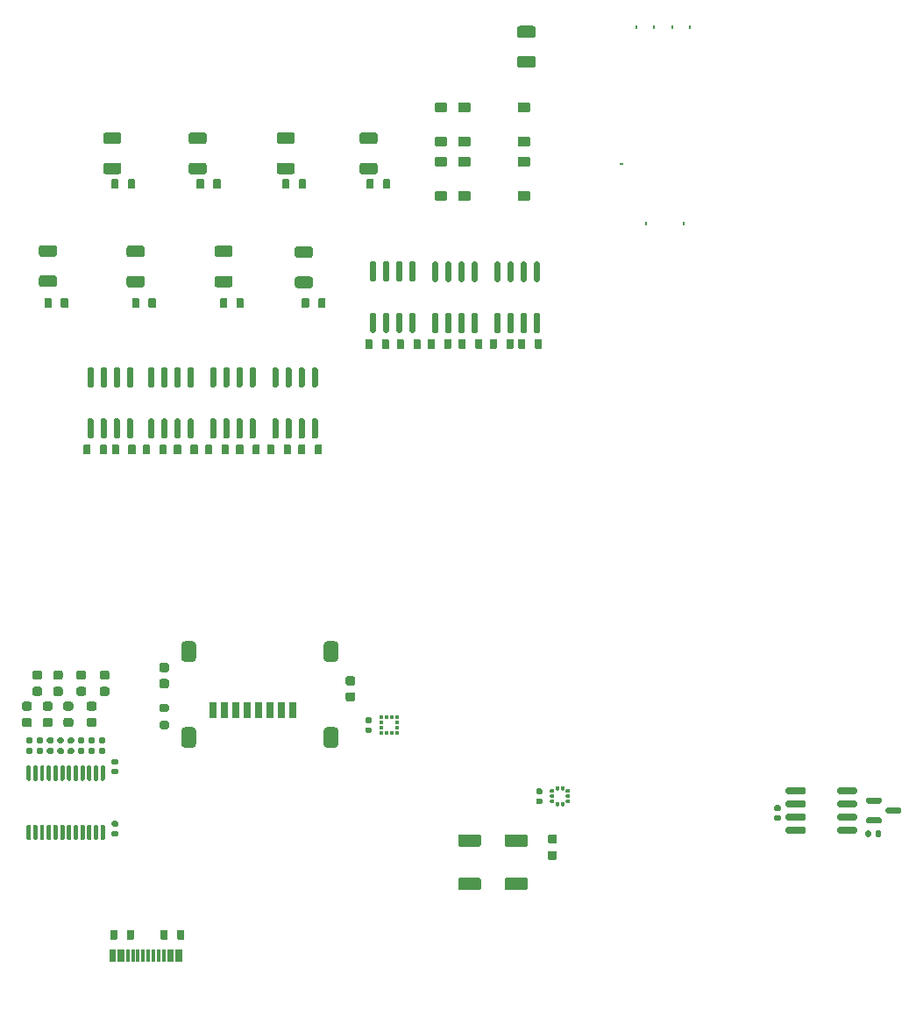
<source format=gtp>
G04 #@! TF.GenerationSoftware,KiCad,Pcbnew,9.0.4*
G04 #@! TF.CreationDate,2025-12-07T20:06:33+10:00*
G04 #@! TF.ProjectId,trove8,74726f76-6538-42e6-9b69-6361645f7063,rev?*
G04 #@! TF.SameCoordinates,Original*
G04 #@! TF.FileFunction,Paste,Top*
G04 #@! TF.FilePolarity,Positive*
%FSLAX46Y46*%
G04 Gerber Fmt 4.6, Leading zero omitted, Abs format (unit mm)*
G04 Created by KiCad (PCBNEW 9.0.4) date 2025-12-07 20:06:33*
%MOMM*%
%LPD*%
G01*
G04 APERTURE LIST*
%ADD10O,0.000001X0.000001*%
%ADD11R,0.300000X1.150000*%
%ADD12O,0.250000X0.500000*%
%ADD13O,0.500000X0.250000*%
%ADD14R,0.800000X1.500000*%
%ADD15R,0.375000X0.350000*%
%ADD16R,0.350000X0.375000*%
G04 APERTURE END LIST*
G04 #@! TO.C,D2*
G36*
G01*
X116990000Y-59900000D02*
X118010000Y-59900000D01*
G75*
G02*
X118100000Y-59990000I0J-90000D01*
G01*
X118100000Y-60710000D01*
G75*
G02*
X118010000Y-60800000I-90000J0D01*
G01*
X116990000Y-60800000D01*
G75*
G02*
X116900000Y-60710000I0J90000D01*
G01*
X116900000Y-59990000D01*
G75*
G02*
X116990000Y-59900000I90000J0D01*
G01*
G37*
G36*
G01*
X116990000Y-63200000D02*
X118010000Y-63200000D01*
G75*
G02*
X118100000Y-63290000I0J-90000D01*
G01*
X118100000Y-64010000D01*
G75*
G02*
X118010000Y-64100000I-90000J0D01*
G01*
X116990000Y-64100000D01*
G75*
G02*
X116900000Y-64010000I0J90000D01*
G01*
X116900000Y-63290000D01*
G75*
G02*
X116990000Y-63200000I90000J0D01*
G01*
G37*
G04 #@! TD*
G04 #@! TO.C,D7*
G36*
G01*
X156325000Y-122200000D02*
X156325000Y-121900000D01*
G75*
G02*
X156475000Y-121750000I150000J0D01*
G01*
X157650000Y-121750000D01*
G75*
G02*
X157800000Y-121900000I0J-150000D01*
G01*
X157800000Y-122200000D01*
G75*
G02*
X157650000Y-122350000I-150000J0D01*
G01*
X156475000Y-122350000D01*
G75*
G02*
X156325000Y-122200000I0J150000D01*
G01*
G37*
G36*
G01*
X156325000Y-124100000D02*
X156325000Y-123800000D01*
G75*
G02*
X156475000Y-123650000I150000J0D01*
G01*
X157650000Y-123650000D01*
G75*
G02*
X157800000Y-123800000I0J-150000D01*
G01*
X157800000Y-124100000D01*
G75*
G02*
X157650000Y-124250000I-150000J0D01*
G01*
X156475000Y-124250000D01*
G75*
G02*
X156325000Y-124100000I0J150000D01*
G01*
G37*
G36*
G01*
X158200000Y-123150000D02*
X158200000Y-122850000D01*
G75*
G02*
X158350000Y-122700000I150000J0D01*
G01*
X159525000Y-122700000D01*
G75*
G02*
X159675000Y-122850000I0J-150000D01*
G01*
X159675000Y-123150000D01*
G75*
G02*
X159525000Y-123300000I-150000J0D01*
G01*
X158350000Y-123300000D01*
G75*
G02*
X158200000Y-123150000I0J150000D01*
G01*
G37*
G04 #@! TD*
G04 #@! TO.C,R10*
G36*
G01*
X80685000Y-117520000D02*
X80315000Y-117520000D01*
G75*
G02*
X80180000Y-117385000I0J135000D01*
G01*
X80180000Y-117115000D01*
G75*
G02*
X80315000Y-116980000I135000J0D01*
G01*
X80685000Y-116980000D01*
G75*
G02*
X80820000Y-117115000I0J-135000D01*
G01*
X80820000Y-117385000D01*
G75*
G02*
X80685000Y-117520000I-135000J0D01*
G01*
G37*
G36*
G01*
X80685000Y-116500000D02*
X80315000Y-116500000D01*
G75*
G02*
X80180000Y-116365000I0J135000D01*
G01*
X80180000Y-116095000D01*
G75*
G02*
X80315000Y-115960000I135000J0D01*
G01*
X80685000Y-115960000D01*
G75*
G02*
X80820000Y-116095000I0J-135000D01*
G01*
X80820000Y-116365000D01*
G75*
G02*
X80685000Y-116500000I-135000J0D01*
G01*
G37*
G04 #@! TD*
G04 #@! TO.C,U10*
G36*
G01*
X114845000Y-76900000D02*
X114545000Y-76900000D01*
G75*
G02*
X114395000Y-76750000I0J150000D01*
G01*
X114395000Y-75100000D01*
G75*
G02*
X114545000Y-74950000I150000J0D01*
G01*
X114845000Y-74950000D01*
G75*
G02*
X114995000Y-75100000I0J-150000D01*
G01*
X114995000Y-76750000D01*
G75*
G02*
X114845000Y-76900000I-150000J0D01*
G01*
G37*
G36*
G01*
X116115000Y-76900000D02*
X115815000Y-76900000D01*
G75*
G02*
X115665000Y-76750000I0J150000D01*
G01*
X115665000Y-75100000D01*
G75*
G02*
X115815000Y-74950000I150000J0D01*
G01*
X116115000Y-74950000D01*
G75*
G02*
X116265000Y-75100000I0J-150000D01*
G01*
X116265000Y-76750000D01*
G75*
G02*
X116115000Y-76900000I-150000J0D01*
G01*
G37*
G36*
G01*
X117385000Y-76900000D02*
X117085000Y-76900000D01*
G75*
G02*
X116935000Y-76750000I0J150000D01*
G01*
X116935000Y-75100000D01*
G75*
G02*
X117085000Y-74950000I150000J0D01*
G01*
X117385000Y-74950000D01*
G75*
G02*
X117535000Y-75100000I0J-150000D01*
G01*
X117535000Y-76750000D01*
G75*
G02*
X117385000Y-76900000I-150000J0D01*
G01*
G37*
G36*
G01*
X118655000Y-76900000D02*
X118355000Y-76900000D01*
G75*
G02*
X118205000Y-76750000I0J150000D01*
G01*
X118205000Y-75100000D01*
G75*
G02*
X118355000Y-74950000I150000J0D01*
G01*
X118655000Y-74950000D01*
G75*
G02*
X118805000Y-75100000I0J-150000D01*
G01*
X118805000Y-76750000D01*
G75*
G02*
X118655000Y-76900000I-150000J0D01*
G01*
G37*
G36*
G01*
X118655000Y-71950000D02*
X118355000Y-71950000D01*
G75*
G02*
X118205000Y-71800000I0J150000D01*
G01*
X118205000Y-70150000D01*
G75*
G02*
X118355000Y-70000000I150000J0D01*
G01*
X118655000Y-70000000D01*
G75*
G02*
X118805000Y-70150000I0J-150000D01*
G01*
X118805000Y-71800000D01*
G75*
G02*
X118655000Y-71950000I-150000J0D01*
G01*
G37*
G36*
G01*
X117385000Y-71950000D02*
X117085000Y-71950000D01*
G75*
G02*
X116935000Y-71800000I0J150000D01*
G01*
X116935000Y-70150000D01*
G75*
G02*
X117085000Y-70000000I150000J0D01*
G01*
X117385000Y-70000000D01*
G75*
G02*
X117535000Y-70150000I0J-150000D01*
G01*
X117535000Y-71800000D01*
G75*
G02*
X117385000Y-71950000I-150000J0D01*
G01*
G37*
G36*
G01*
X116115000Y-71950000D02*
X115815000Y-71950000D01*
G75*
G02*
X115665000Y-71800000I0J150000D01*
G01*
X115665000Y-70150000D01*
G75*
G02*
X115815000Y-70000000I150000J0D01*
G01*
X116115000Y-70000000D01*
G75*
G02*
X116265000Y-70150000I0J-150000D01*
G01*
X116265000Y-71800000D01*
G75*
G02*
X116115000Y-71950000I-150000J0D01*
G01*
G37*
G36*
G01*
X114845000Y-71950000D02*
X114545000Y-71950000D01*
G75*
G02*
X114395000Y-71800000I0J150000D01*
G01*
X114395000Y-70150000D01*
G75*
G02*
X114545000Y-70000000I150000J0D01*
G01*
X114845000Y-70000000D01*
G75*
G02*
X114995000Y-70150000I0J-150000D01*
G01*
X114995000Y-71800000D01*
G75*
G02*
X114845000Y-71950000I-150000J0D01*
G01*
G37*
G04 #@! TD*
G04 #@! TO.C,C3*
G36*
G01*
X106750000Y-112475000D02*
X106250000Y-112475000D01*
G75*
G02*
X106025000Y-112250000I0J225000D01*
G01*
X106025000Y-111800000D01*
G75*
G02*
X106250000Y-111575000I225000J0D01*
G01*
X106750000Y-111575000D01*
G75*
G02*
X106975000Y-111800000I0J-225000D01*
G01*
X106975000Y-112250000D01*
G75*
G02*
X106750000Y-112475000I-225000J0D01*
G01*
G37*
G36*
G01*
X106750000Y-110925000D02*
X106250000Y-110925000D01*
G75*
G02*
X106025000Y-110700000I0J225000D01*
G01*
X106025000Y-110250000D01*
G75*
G02*
X106250000Y-110025000I225000J0D01*
G01*
X106750000Y-110025000D01*
G75*
G02*
X106975000Y-110250000I0J-225000D01*
G01*
X106975000Y-110700000D01*
G75*
G02*
X106750000Y-110925000I-225000J0D01*
G01*
G37*
G04 #@! TD*
G04 #@! TO.C,R22*
G36*
G01*
X94875000Y-72487500D02*
X93625000Y-72487500D01*
G75*
G02*
X93375000Y-72237500I0J250000D01*
G01*
X93375000Y-71612500D01*
G75*
G02*
X93625000Y-71362500I250000J0D01*
G01*
X94875000Y-71362500D01*
G75*
G02*
X95125000Y-71612500I0J-250000D01*
G01*
X95125000Y-72237500D01*
G75*
G02*
X94875000Y-72487500I-250000J0D01*
G01*
G37*
G36*
G01*
X94875000Y-69562500D02*
X93625000Y-69562500D01*
G75*
G02*
X93375000Y-69312500I0J250000D01*
G01*
X93375000Y-68687500D01*
G75*
G02*
X93625000Y-68437500I250000J0D01*
G01*
X94875000Y-68437500D01*
G75*
G02*
X95125000Y-68687500I0J-250000D01*
G01*
X95125000Y-69312500D01*
G75*
G02*
X94875000Y-69562500I-250000J0D01*
G01*
G37*
G04 #@! TD*
G04 #@! TO.C,F10*
G36*
G01*
X74993750Y-112487500D02*
X75506250Y-112487500D01*
G75*
G02*
X75725000Y-112706250I0J-218750D01*
G01*
X75725000Y-113143750D01*
G75*
G02*
X75506250Y-113362500I-218750J0D01*
G01*
X74993750Y-113362500D01*
G75*
G02*
X74775000Y-113143750I0J218750D01*
G01*
X74775000Y-112706250D01*
G75*
G02*
X74993750Y-112487500I218750J0D01*
G01*
G37*
G36*
G01*
X74993750Y-114062500D02*
X75506250Y-114062500D01*
G75*
G02*
X75725000Y-114281250I0J-218750D01*
G01*
X75725000Y-114718750D01*
G75*
G02*
X75506250Y-114937500I-218750J0D01*
G01*
X74993750Y-114937500D01*
G75*
G02*
X74775000Y-114718750I0J218750D01*
G01*
X74775000Y-114281250D01*
G75*
G02*
X74993750Y-114062500I218750J0D01*
G01*
G37*
G04 #@! TD*
G04 #@! TO.C,R38*
G36*
G01*
X125000000Y-77560000D02*
X125000000Y-78340000D01*
G75*
G02*
X124930000Y-78410000I-70000J0D01*
G01*
X124370000Y-78410000D01*
G75*
G02*
X124300000Y-78340000I0J70000D01*
G01*
X124300000Y-77560000D01*
G75*
G02*
X124370000Y-77490000I70000J0D01*
G01*
X124930000Y-77490000D01*
G75*
G02*
X125000000Y-77560000I0J-70000D01*
G01*
G37*
G36*
G01*
X123400000Y-77560000D02*
X123400000Y-78340000D01*
G75*
G02*
X123330000Y-78410000I-70000J0D01*
G01*
X122770000Y-78410000D01*
G75*
G02*
X122700000Y-78340000I0J70000D01*
G01*
X122700000Y-77560000D01*
G75*
G02*
X122770000Y-77490000I70000J0D01*
G01*
X123330000Y-77490000D01*
G75*
G02*
X123400000Y-77560000I0J-70000D01*
G01*
G37*
G04 #@! TD*
G04 #@! TO.C,R29*
G36*
G01*
X85750000Y-87760000D02*
X85750000Y-88540000D01*
G75*
G02*
X85680000Y-88610000I-70000J0D01*
G01*
X85120000Y-88610000D01*
G75*
G02*
X85050000Y-88540000I0J70000D01*
G01*
X85050000Y-87760000D01*
G75*
G02*
X85120000Y-87690000I70000J0D01*
G01*
X85680000Y-87690000D01*
G75*
G02*
X85750000Y-87760000I0J-70000D01*
G01*
G37*
G36*
G01*
X84150000Y-87760000D02*
X84150000Y-88540000D01*
G75*
G02*
X84080000Y-88610000I-70000J0D01*
G01*
X83520000Y-88610000D01*
G75*
G02*
X83450000Y-88540000I0J70000D01*
G01*
X83450000Y-87760000D01*
G75*
G02*
X83520000Y-87690000I70000J0D01*
G01*
X84080000Y-87690000D01*
G75*
G02*
X84150000Y-87760000I0J-70000D01*
G01*
G37*
G04 #@! TD*
G04 #@! TO.C,R11*
G36*
G01*
X78685000Y-117520000D02*
X78315000Y-117520000D01*
G75*
G02*
X78180000Y-117385000I0J135000D01*
G01*
X78180000Y-117115000D01*
G75*
G02*
X78315000Y-116980000I135000J0D01*
G01*
X78685000Y-116980000D01*
G75*
G02*
X78820000Y-117115000I0J-135000D01*
G01*
X78820000Y-117385000D01*
G75*
G02*
X78685000Y-117520000I-135000J0D01*
G01*
G37*
G36*
G01*
X78685000Y-116500000D02*
X78315000Y-116500000D01*
G75*
G02*
X78180000Y-116365000I0J135000D01*
G01*
X78180000Y-116095000D01*
G75*
G02*
X78315000Y-115960000I135000J0D01*
G01*
X78685000Y-115960000D01*
G75*
G02*
X78820000Y-116095000I0J-135000D01*
G01*
X78820000Y-116365000D01*
G75*
G02*
X78685000Y-116500000I-135000J0D01*
G01*
G37*
G04 #@! TD*
G04 #@! TO.C,C10*
G36*
G01*
X83920000Y-125530000D02*
X83580000Y-125530000D01*
G75*
G02*
X83440000Y-125390000I0J140000D01*
G01*
X83440000Y-125110000D01*
G75*
G02*
X83580000Y-124970000I140000J0D01*
G01*
X83920000Y-124970000D01*
G75*
G02*
X84060000Y-125110000I0J-140000D01*
G01*
X84060000Y-125390000D01*
G75*
G02*
X83920000Y-125530000I-140000J0D01*
G01*
G37*
G36*
G01*
X83920000Y-124570000D02*
X83580000Y-124570000D01*
G75*
G02*
X83440000Y-124430000I0J140000D01*
G01*
X83440000Y-124150000D01*
G75*
G02*
X83580000Y-124010000I140000J0D01*
G01*
X83920000Y-124010000D01*
G75*
G02*
X84060000Y-124150000I0J-140000D01*
G01*
X84060000Y-124430000D01*
G75*
G02*
X83920000Y-124570000I-140000J0D01*
G01*
G37*
G04 #@! TD*
G04 #@! TO.C,R15*
G36*
G01*
X92375000Y-61562500D02*
X91125000Y-61562500D01*
G75*
G02*
X90875000Y-61312500I0J250000D01*
G01*
X90875000Y-60687500D01*
G75*
G02*
X91125000Y-60437500I250000J0D01*
G01*
X92375000Y-60437500D01*
G75*
G02*
X92625000Y-60687500I0J-250000D01*
G01*
X92625000Y-61312500D01*
G75*
G02*
X92375000Y-61562500I-250000J0D01*
G01*
G37*
G36*
G01*
X92375000Y-58637500D02*
X91125000Y-58637500D01*
G75*
G02*
X90875000Y-58387500I0J250000D01*
G01*
X90875000Y-57762500D01*
G75*
G02*
X91125000Y-57512500I250000J0D01*
G01*
X92375000Y-57512500D01*
G75*
G02*
X92625000Y-57762500I0J-250000D01*
G01*
X92625000Y-58387500D01*
G75*
G02*
X92375000Y-58637500I-250000J0D01*
G01*
G37*
G04 #@! TD*
G04 #@! TO.C,R39*
G36*
G01*
X113950000Y-78340000D02*
X113950000Y-77560000D01*
G75*
G02*
X114020000Y-77490000I70000J0D01*
G01*
X114580000Y-77490000D01*
G75*
G02*
X114650000Y-77560000I0J-70000D01*
G01*
X114650000Y-78340000D01*
G75*
G02*
X114580000Y-78410000I-70000J0D01*
G01*
X114020000Y-78410000D01*
G75*
G02*
X113950000Y-78340000I0J70000D01*
G01*
G37*
G36*
G01*
X115550000Y-78340000D02*
X115550000Y-77560000D01*
G75*
G02*
X115620000Y-77490000I70000J0D01*
G01*
X116180000Y-77490000D01*
G75*
G02*
X116250000Y-77560000I0J-70000D01*
G01*
X116250000Y-78340000D01*
G75*
G02*
X116180000Y-78410000I-70000J0D01*
G01*
X115620000Y-78410000D01*
G75*
G02*
X115550000Y-78340000I0J70000D01*
G01*
G37*
G04 #@! TD*
G04 #@! TO.C,R8*
G36*
G01*
X75685000Y-117520000D02*
X75315000Y-117520000D01*
G75*
G02*
X75180000Y-117385000I0J135000D01*
G01*
X75180000Y-117115000D01*
G75*
G02*
X75315000Y-116980000I135000J0D01*
G01*
X75685000Y-116980000D01*
G75*
G02*
X75820000Y-117115000I0J-135000D01*
G01*
X75820000Y-117385000D01*
G75*
G02*
X75685000Y-117520000I-135000J0D01*
G01*
G37*
G36*
G01*
X75685000Y-116500000D02*
X75315000Y-116500000D01*
G75*
G02*
X75180000Y-116365000I0J135000D01*
G01*
X75180000Y-116095000D01*
G75*
G02*
X75315000Y-115960000I135000J0D01*
G01*
X75685000Y-115960000D01*
G75*
G02*
X75820000Y-116095000I0J-135000D01*
G01*
X75820000Y-116365000D01*
G75*
G02*
X75685000Y-116500000I-135000J0D01*
G01*
G37*
G04 #@! TD*
D10*
G04 #@! TO.C,M5*
X137637503Y-137856813D03*
X122762501Y-141262524D03*
X98942505Y-137312509D03*
X98942500Y-139212510D03*
X135937486Y-135854836D03*
G04 #@! TD*
G04 #@! TO.C,F7*
G36*
G01*
X81243750Y-112487500D02*
X81756250Y-112487500D01*
G75*
G02*
X81975000Y-112706250I0J-218750D01*
G01*
X81975000Y-113143750D01*
G75*
G02*
X81756250Y-113362500I-218750J0D01*
G01*
X81243750Y-113362500D01*
G75*
G02*
X81025000Y-113143750I0J218750D01*
G01*
X81025000Y-112706250D01*
G75*
G02*
X81243750Y-112487500I218750J0D01*
G01*
G37*
G36*
G01*
X81243750Y-114062500D02*
X81756250Y-114062500D01*
G75*
G02*
X81975000Y-114281250I0J-218750D01*
G01*
X81975000Y-114718750D01*
G75*
G02*
X81756250Y-114937500I-218750J0D01*
G01*
X81243750Y-114937500D01*
G75*
G02*
X81025000Y-114718750I0J218750D01*
G01*
X81025000Y-114281250D01*
G75*
G02*
X81243750Y-114062500I218750J0D01*
G01*
G37*
G04 #@! TD*
G04 #@! TO.C,U11*
G36*
G01*
X120845000Y-76900000D02*
X120545000Y-76900000D01*
G75*
G02*
X120395000Y-76750000I0J150000D01*
G01*
X120395000Y-75100000D01*
G75*
G02*
X120545000Y-74950000I150000J0D01*
G01*
X120845000Y-74950000D01*
G75*
G02*
X120995000Y-75100000I0J-150000D01*
G01*
X120995000Y-76750000D01*
G75*
G02*
X120845000Y-76900000I-150000J0D01*
G01*
G37*
G36*
G01*
X122115000Y-76900000D02*
X121815000Y-76900000D01*
G75*
G02*
X121665000Y-76750000I0J150000D01*
G01*
X121665000Y-75100000D01*
G75*
G02*
X121815000Y-74950000I150000J0D01*
G01*
X122115000Y-74950000D01*
G75*
G02*
X122265000Y-75100000I0J-150000D01*
G01*
X122265000Y-76750000D01*
G75*
G02*
X122115000Y-76900000I-150000J0D01*
G01*
G37*
G36*
G01*
X123385000Y-76900000D02*
X123085000Y-76900000D01*
G75*
G02*
X122935000Y-76750000I0J150000D01*
G01*
X122935000Y-75100000D01*
G75*
G02*
X123085000Y-74950000I150000J0D01*
G01*
X123385000Y-74950000D01*
G75*
G02*
X123535000Y-75100000I0J-150000D01*
G01*
X123535000Y-76750000D01*
G75*
G02*
X123385000Y-76900000I-150000J0D01*
G01*
G37*
G36*
G01*
X124655000Y-76900000D02*
X124355000Y-76900000D01*
G75*
G02*
X124205000Y-76750000I0J150000D01*
G01*
X124205000Y-75100000D01*
G75*
G02*
X124355000Y-74950000I150000J0D01*
G01*
X124655000Y-74950000D01*
G75*
G02*
X124805000Y-75100000I0J-150000D01*
G01*
X124805000Y-76750000D01*
G75*
G02*
X124655000Y-76900000I-150000J0D01*
G01*
G37*
G36*
G01*
X124655000Y-71950000D02*
X124355000Y-71950000D01*
G75*
G02*
X124205000Y-71800000I0J150000D01*
G01*
X124205000Y-70150000D01*
G75*
G02*
X124355000Y-70000000I150000J0D01*
G01*
X124655000Y-70000000D01*
G75*
G02*
X124805000Y-70150000I0J-150000D01*
G01*
X124805000Y-71800000D01*
G75*
G02*
X124655000Y-71950000I-150000J0D01*
G01*
G37*
G36*
G01*
X123385000Y-71950000D02*
X123085000Y-71950000D01*
G75*
G02*
X122935000Y-71800000I0J150000D01*
G01*
X122935000Y-70150000D01*
G75*
G02*
X123085000Y-70000000I150000J0D01*
G01*
X123385000Y-70000000D01*
G75*
G02*
X123535000Y-70150000I0J-150000D01*
G01*
X123535000Y-71800000D01*
G75*
G02*
X123385000Y-71950000I-150000J0D01*
G01*
G37*
G36*
G01*
X122115000Y-71950000D02*
X121815000Y-71950000D01*
G75*
G02*
X121665000Y-71800000I0J150000D01*
G01*
X121665000Y-70150000D01*
G75*
G02*
X121815000Y-70000000I150000J0D01*
G01*
X122115000Y-70000000D01*
G75*
G02*
X122265000Y-70150000I0J-150000D01*
G01*
X122265000Y-71800000D01*
G75*
G02*
X122115000Y-71950000I-150000J0D01*
G01*
G37*
G36*
G01*
X120845000Y-71950000D02*
X120545000Y-71950000D01*
G75*
G02*
X120395000Y-71800000I0J150000D01*
G01*
X120395000Y-70150000D01*
G75*
G02*
X120545000Y-70000000I150000J0D01*
G01*
X120845000Y-70000000D01*
G75*
G02*
X120995000Y-70150000I0J-150000D01*
G01*
X120995000Y-71800000D01*
G75*
G02*
X120845000Y-71950000I-150000J0D01*
G01*
G37*
G04 #@! TD*
G04 #@! TO.C,M2*
X141000000Y-136750000D03*
X141085201Y-131247435D03*
X150325005Y-129825000D03*
G36*
G01*
X149824996Y-126825003D02*
X149824996Y-126825003D01*
X149824996Y-126825003D01*
X149824996Y-126825003D01*
X149824996Y-126825003D01*
G37*
G04 #@! TD*
G04 #@! TO.C,D3*
G36*
G01*
X123760000Y-58850000D02*
X122740000Y-58850000D01*
G75*
G02*
X122650000Y-58760000I0J90000D01*
G01*
X122650000Y-58040000D01*
G75*
G02*
X122740000Y-57950000I90000J0D01*
G01*
X123760000Y-57950000D01*
G75*
G02*
X123850000Y-58040000I0J-90000D01*
G01*
X123850000Y-58760000D01*
G75*
G02*
X123760000Y-58850000I-90000J0D01*
G01*
G37*
G36*
G01*
X123760000Y-55550000D02*
X122740000Y-55550000D01*
G75*
G02*
X122650000Y-55460000I0J90000D01*
G01*
X122650000Y-54740000D01*
G75*
G02*
X122740000Y-54650000I90000J0D01*
G01*
X123760000Y-54650000D01*
G75*
G02*
X123850000Y-54740000I0J-90000D01*
G01*
X123850000Y-55460000D01*
G75*
G02*
X123760000Y-55550000I-90000J0D01*
G01*
G37*
G04 #@! TD*
G04 #@! TO.C,R19*
G36*
G01*
X93950000Y-62110000D02*
X93950000Y-62890000D01*
G75*
G02*
X93880000Y-62960000I-70000J0D01*
G01*
X93320000Y-62960000D01*
G75*
G02*
X93250000Y-62890000I0J70000D01*
G01*
X93250000Y-62110000D01*
G75*
G02*
X93320000Y-62040000I70000J0D01*
G01*
X93880000Y-62040000D01*
G75*
G02*
X93950000Y-62110000I0J-70000D01*
G01*
G37*
G36*
G01*
X92350000Y-62110000D02*
X92350000Y-62890000D01*
G75*
G02*
X92280000Y-62960000I-70000J0D01*
G01*
X91720000Y-62960000D01*
G75*
G02*
X91650000Y-62890000I0J70000D01*
G01*
X91650000Y-62110000D01*
G75*
G02*
X91720000Y-62040000I70000J0D01*
G01*
X92280000Y-62040000D01*
G75*
G02*
X92350000Y-62110000I0J-70000D01*
G01*
G37*
G04 #@! TD*
G04 #@! TO.C,C9*
G36*
G01*
X147920000Y-124010000D02*
X147580000Y-124010000D01*
G75*
G02*
X147440000Y-123870000I0J140000D01*
G01*
X147440000Y-123590000D01*
G75*
G02*
X147580000Y-123450000I140000J0D01*
G01*
X147920000Y-123450000D01*
G75*
G02*
X148060000Y-123590000I0J-140000D01*
G01*
X148060000Y-123870000D01*
G75*
G02*
X147920000Y-124010000I-140000J0D01*
G01*
G37*
G36*
G01*
X147920000Y-123050000D02*
X147580000Y-123050000D01*
G75*
G02*
X147440000Y-122910000I0J140000D01*
G01*
X147440000Y-122630000D01*
G75*
G02*
X147580000Y-122490000I140000J0D01*
G01*
X147920000Y-122490000D01*
G75*
G02*
X148060000Y-122630000I0J-140000D01*
G01*
X148060000Y-122910000D01*
G75*
G02*
X147920000Y-123050000I-140000J0D01*
G01*
G37*
G04 #@! TD*
G04 #@! TO.C,R21*
G36*
G01*
X102625000Y-72562500D02*
X101375000Y-72562500D01*
G75*
G02*
X101125000Y-72312500I0J250000D01*
G01*
X101125000Y-71687500D01*
G75*
G02*
X101375000Y-71437500I250000J0D01*
G01*
X102625000Y-71437500D01*
G75*
G02*
X102875000Y-71687500I0J-250000D01*
G01*
X102875000Y-72312500D01*
G75*
G02*
X102625000Y-72562500I-250000J0D01*
G01*
G37*
G36*
G01*
X102625000Y-69637500D02*
X101375000Y-69637500D01*
G75*
G02*
X101125000Y-69387500I0J250000D01*
G01*
X101125000Y-68762500D01*
G75*
G02*
X101375000Y-68512500I250000J0D01*
G01*
X102625000Y-68512500D01*
G75*
G02*
X102875000Y-68762500I0J-250000D01*
G01*
X102875000Y-69387500D01*
G75*
G02*
X102625000Y-69637500I-250000J0D01*
G01*
G37*
G04 #@! TD*
G04 #@! TO.C,R37*
G36*
G01*
X119250000Y-77560000D02*
X119250000Y-78340000D01*
G75*
G02*
X119180000Y-78410000I-70000J0D01*
G01*
X118620000Y-78410000D01*
G75*
G02*
X118550000Y-78340000I0J70000D01*
G01*
X118550000Y-77560000D01*
G75*
G02*
X118620000Y-77490000I70000J0D01*
G01*
X119180000Y-77490000D01*
G75*
G02*
X119250000Y-77560000I0J-70000D01*
G01*
G37*
G36*
G01*
X117650000Y-77560000D02*
X117650000Y-78340000D01*
G75*
G02*
X117580000Y-78410000I-70000J0D01*
G01*
X117020000Y-78410000D01*
G75*
G02*
X116950000Y-78340000I0J70000D01*
G01*
X116950000Y-77560000D01*
G75*
G02*
X117020000Y-77490000I70000J0D01*
G01*
X117580000Y-77490000D01*
G75*
G02*
X117650000Y-77560000I0J-70000D01*
G01*
G37*
G04 #@! TD*
G04 #@! TO.C,F8*
G36*
G01*
X78993750Y-112487500D02*
X79506250Y-112487500D01*
G75*
G02*
X79725000Y-112706250I0J-218750D01*
G01*
X79725000Y-113143750D01*
G75*
G02*
X79506250Y-113362500I-218750J0D01*
G01*
X78993750Y-113362500D01*
G75*
G02*
X78775000Y-113143750I0J218750D01*
G01*
X78775000Y-112706250D01*
G75*
G02*
X78993750Y-112487500I218750J0D01*
G01*
G37*
G36*
G01*
X78993750Y-114062500D02*
X79506250Y-114062500D01*
G75*
G02*
X79725000Y-114281250I0J-218750D01*
G01*
X79725000Y-114718750D01*
G75*
G02*
X79506250Y-114937500I-218750J0D01*
G01*
X78993750Y-114937500D01*
G75*
G02*
X78775000Y-114718750I0J218750D01*
G01*
X78775000Y-114281250D01*
G75*
G02*
X78993750Y-114062500I218750J0D01*
G01*
G37*
G04 #@! TD*
G04 #@! TO.C,U7*
G36*
G01*
X87395000Y-87100000D02*
X87095000Y-87100000D01*
G75*
G02*
X86945000Y-86950000I0J150000D01*
G01*
X86945000Y-85300000D01*
G75*
G02*
X87095000Y-85150000I150000J0D01*
G01*
X87395000Y-85150000D01*
G75*
G02*
X87545000Y-85300000I0J-150000D01*
G01*
X87545000Y-86950000D01*
G75*
G02*
X87395000Y-87100000I-150000J0D01*
G01*
G37*
G36*
G01*
X88665000Y-87100000D02*
X88365000Y-87100000D01*
G75*
G02*
X88215000Y-86950000I0J150000D01*
G01*
X88215000Y-85300000D01*
G75*
G02*
X88365000Y-85150000I150000J0D01*
G01*
X88665000Y-85150000D01*
G75*
G02*
X88815000Y-85300000I0J-150000D01*
G01*
X88815000Y-86950000D01*
G75*
G02*
X88665000Y-87100000I-150000J0D01*
G01*
G37*
G36*
G01*
X89935000Y-87100000D02*
X89635000Y-87100000D01*
G75*
G02*
X89485000Y-86950000I0J150000D01*
G01*
X89485000Y-85300000D01*
G75*
G02*
X89635000Y-85150000I150000J0D01*
G01*
X89935000Y-85150000D01*
G75*
G02*
X90085000Y-85300000I0J-150000D01*
G01*
X90085000Y-86950000D01*
G75*
G02*
X89935000Y-87100000I-150000J0D01*
G01*
G37*
G36*
G01*
X91205000Y-87100000D02*
X90905000Y-87100000D01*
G75*
G02*
X90755000Y-86950000I0J150000D01*
G01*
X90755000Y-85300000D01*
G75*
G02*
X90905000Y-85150000I150000J0D01*
G01*
X91205000Y-85150000D01*
G75*
G02*
X91355000Y-85300000I0J-150000D01*
G01*
X91355000Y-86950000D01*
G75*
G02*
X91205000Y-87100000I-150000J0D01*
G01*
G37*
G36*
G01*
X91205000Y-82150000D02*
X90905000Y-82150000D01*
G75*
G02*
X90755000Y-82000000I0J150000D01*
G01*
X90755000Y-80350000D01*
G75*
G02*
X90905000Y-80200000I150000J0D01*
G01*
X91205000Y-80200000D01*
G75*
G02*
X91355000Y-80350000I0J-150000D01*
G01*
X91355000Y-82000000D01*
G75*
G02*
X91205000Y-82150000I-150000J0D01*
G01*
G37*
G36*
G01*
X89935000Y-82150000D02*
X89635000Y-82150000D01*
G75*
G02*
X89485000Y-82000000I0J150000D01*
G01*
X89485000Y-80350000D01*
G75*
G02*
X89635000Y-80200000I150000J0D01*
G01*
X89935000Y-80200000D01*
G75*
G02*
X90085000Y-80350000I0J-150000D01*
G01*
X90085000Y-82000000D01*
G75*
G02*
X89935000Y-82150000I-150000J0D01*
G01*
G37*
G36*
G01*
X88665000Y-82150000D02*
X88365000Y-82150000D01*
G75*
G02*
X88215000Y-82000000I0J150000D01*
G01*
X88215000Y-80350000D01*
G75*
G02*
X88365000Y-80200000I150000J0D01*
G01*
X88665000Y-80200000D01*
G75*
G02*
X88815000Y-80350000I0J-150000D01*
G01*
X88815000Y-82000000D01*
G75*
G02*
X88665000Y-82150000I-150000J0D01*
G01*
G37*
G36*
G01*
X87395000Y-82150000D02*
X87095000Y-82150000D01*
G75*
G02*
X86945000Y-82000000I0J150000D01*
G01*
X86945000Y-80350000D01*
G75*
G02*
X87095000Y-80200000I150000J0D01*
G01*
X87395000Y-80200000D01*
G75*
G02*
X87545000Y-80350000I0J-150000D01*
G01*
X87545000Y-82000000D01*
G75*
G02*
X87395000Y-82150000I-150000J0D01*
G01*
G37*
G04 #@! TD*
G04 #@! TO.C,R27*
G36*
G01*
X87700000Y-73610000D02*
X87700000Y-74390000D01*
G75*
G02*
X87630000Y-74460000I-70000J0D01*
G01*
X87070000Y-74460000D01*
G75*
G02*
X87000000Y-74390000I0J70000D01*
G01*
X87000000Y-73610000D01*
G75*
G02*
X87070000Y-73540000I70000J0D01*
G01*
X87630000Y-73540000D01*
G75*
G02*
X87700000Y-73610000I0J-70000D01*
G01*
G37*
G36*
G01*
X86100000Y-73610000D02*
X86100000Y-74390000D01*
G75*
G02*
X86030000Y-74460000I-70000J0D01*
G01*
X85470000Y-74460000D01*
G75*
G02*
X85400000Y-74390000I0J70000D01*
G01*
X85400000Y-73610000D01*
G75*
G02*
X85470000Y-73540000I70000J0D01*
G01*
X86030000Y-73540000D01*
G75*
G02*
X86100000Y-73610000I0J-70000D01*
G01*
G37*
G04 #@! TD*
G04 #@! TO.C,R1*
G36*
G01*
X88775000Y-115150000D02*
X88225000Y-115150000D01*
G75*
G02*
X88025000Y-114950000I0J200000D01*
G01*
X88025000Y-114550000D01*
G75*
G02*
X88225000Y-114350000I200000J0D01*
G01*
X88775000Y-114350000D01*
G75*
G02*
X88975000Y-114550000I0J-200000D01*
G01*
X88975000Y-114950000D01*
G75*
G02*
X88775000Y-115150000I-200000J0D01*
G01*
G37*
G36*
G01*
X88775000Y-113500000D02*
X88225000Y-113500000D01*
G75*
G02*
X88025000Y-113300000I0J200000D01*
G01*
X88025000Y-112900000D01*
G75*
G02*
X88225000Y-112700000I200000J0D01*
G01*
X88775000Y-112700000D01*
G75*
G02*
X88975000Y-112900000I0J-200000D01*
G01*
X88975000Y-113300000D01*
G75*
G02*
X88775000Y-113500000I-200000J0D01*
G01*
G37*
G04 #@! TD*
G04 #@! TO.C,C1*
G36*
G01*
X126340000Y-127755002D02*
X125660000Y-127755002D01*
G75*
G02*
X125575000Y-127670002I0J85000D01*
G01*
X125575000Y-126990002D01*
G75*
G02*
X125660000Y-126905002I85000J0D01*
G01*
X126340000Y-126905002D01*
G75*
G02*
X126425000Y-126990002I0J-85000D01*
G01*
X126425000Y-127670002D01*
G75*
G02*
X126340000Y-127755002I-85000J0D01*
G01*
G37*
G36*
G01*
X126340000Y-126175000D02*
X125660000Y-126175000D01*
G75*
G02*
X125575000Y-126090000I0J85000D01*
G01*
X125575000Y-125410000D01*
G75*
G02*
X125660000Y-125325000I85000J0D01*
G01*
X126340000Y-125325000D01*
G75*
G02*
X126425000Y-125410000I0J-85000D01*
G01*
X126425000Y-126090000D01*
G75*
G02*
X126340000Y-126175000I-85000J0D01*
G01*
G37*
G04 #@! TD*
G04 #@! TO.C,C2*
G36*
G01*
X88750000Y-111200000D02*
X88250000Y-111200000D01*
G75*
G02*
X88025000Y-110975000I0J225000D01*
G01*
X88025000Y-110525000D01*
G75*
G02*
X88250000Y-110300000I225000J0D01*
G01*
X88750000Y-110300000D01*
G75*
G02*
X88975000Y-110525000I0J-225000D01*
G01*
X88975000Y-110975000D01*
G75*
G02*
X88750000Y-111200000I-225000J0D01*
G01*
G37*
G36*
G01*
X88750000Y-109650000D02*
X88250000Y-109650000D01*
G75*
G02*
X88025000Y-109425000I0J225000D01*
G01*
X88025000Y-108975000D01*
G75*
G02*
X88250000Y-108750000I225000J0D01*
G01*
X88750000Y-108750000D01*
G75*
G02*
X88975000Y-108975000I0J-225000D01*
G01*
X88975000Y-109425000D01*
G75*
G02*
X88750000Y-109650000I-225000J0D01*
G01*
G37*
G04 #@! TD*
D11*
G04 #@! TO.C,J3*
X83380954Y-137055000D03*
X84180954Y-137055000D03*
X85480954Y-137055000D03*
X86480954Y-137055000D03*
X86980954Y-137055000D03*
X87980954Y-137055000D03*
X89280954Y-137055000D03*
X90080954Y-137055000D03*
X89780954Y-137055000D03*
X88980954Y-137055000D03*
X88480954Y-137055000D03*
X87480954Y-137055000D03*
X85980954Y-137055000D03*
X84980954Y-137055000D03*
X84480954Y-137055000D03*
X83680954Y-137055000D03*
G04 #@! TD*
G04 #@! TO.C,R9*
G36*
G01*
X82685000Y-117520000D02*
X82315000Y-117520000D01*
G75*
G02*
X82180000Y-117385000I0J135000D01*
G01*
X82180000Y-117115000D01*
G75*
G02*
X82315000Y-116980000I135000J0D01*
G01*
X82685000Y-116980000D01*
G75*
G02*
X82820000Y-117115000I0J-135000D01*
G01*
X82820000Y-117385000D01*
G75*
G02*
X82685000Y-117520000I-135000J0D01*
G01*
G37*
G36*
G01*
X82685000Y-116500000D02*
X82315000Y-116500000D01*
G75*
G02*
X82180000Y-116365000I0J135000D01*
G01*
X82180000Y-116095000D01*
G75*
G02*
X82315000Y-115960000I135000J0D01*
G01*
X82685000Y-115960000D01*
G75*
G02*
X82820000Y-116095000I0J-135000D01*
G01*
X82820000Y-116365000D01*
G75*
G02*
X82685000Y-116500000I-135000J0D01*
G01*
G37*
G04 #@! TD*
D12*
G04 #@! TO.C,M3*
X134128415Y-47375002D03*
X135853417Y-47375002D03*
X137578417Y-47375002D03*
X139278415Y-47375002D03*
D13*
X132653415Y-60575001D03*
D12*
X138674813Y-66330875D03*
X135053415Y-66325003D03*
G04 #@! TD*
G04 #@! TO.C,F3*
G36*
G01*
X82493750Y-109487500D02*
X83006250Y-109487500D01*
G75*
G02*
X83225000Y-109706250I0J-218750D01*
G01*
X83225000Y-110143750D01*
G75*
G02*
X83006250Y-110362500I-218750J0D01*
G01*
X82493750Y-110362500D01*
G75*
G02*
X82275000Y-110143750I0J218750D01*
G01*
X82275000Y-109706250D01*
G75*
G02*
X82493750Y-109487500I218750J0D01*
G01*
G37*
G36*
G01*
X82493750Y-111062500D02*
X83006250Y-111062500D01*
G75*
G02*
X83225000Y-111281250I0J-218750D01*
G01*
X83225000Y-111718750D01*
G75*
G02*
X83006250Y-111937500I-218750J0D01*
G01*
X82493750Y-111937500D01*
G75*
G02*
X82275000Y-111718750I0J218750D01*
G01*
X82275000Y-111281250D01*
G75*
G02*
X82493750Y-111062500I218750J0D01*
G01*
G37*
G04 #@! TD*
G04 #@! TO.C,R36*
G36*
G01*
X98450000Y-88540000D02*
X98450000Y-87760000D01*
G75*
G02*
X98520000Y-87690000I70000J0D01*
G01*
X99080000Y-87690000D01*
G75*
G02*
X99150000Y-87760000I0J-70000D01*
G01*
X99150000Y-88540000D01*
G75*
G02*
X99080000Y-88610000I-70000J0D01*
G01*
X98520000Y-88610000D01*
G75*
G02*
X98450000Y-88540000I0J70000D01*
G01*
G37*
G36*
G01*
X100050000Y-88540000D02*
X100050000Y-87760000D01*
G75*
G02*
X100120000Y-87690000I70000J0D01*
G01*
X100680000Y-87690000D01*
G75*
G02*
X100750000Y-87760000I0J-70000D01*
G01*
X100750000Y-88540000D01*
G75*
G02*
X100680000Y-88610000I-70000J0D01*
G01*
X100120000Y-88610000D01*
G75*
G02*
X100050000Y-88540000I0J70000D01*
G01*
G37*
G04 #@! TD*
G04 #@! TO.C,R33*
G36*
G01*
X80700000Y-88540000D02*
X80700000Y-87760000D01*
G75*
G02*
X80770000Y-87690000I70000J0D01*
G01*
X81330000Y-87690000D01*
G75*
G02*
X81400000Y-87760000I0J-70000D01*
G01*
X81400000Y-88540000D01*
G75*
G02*
X81330000Y-88610000I-70000J0D01*
G01*
X80770000Y-88610000D01*
G75*
G02*
X80700000Y-88540000I0J70000D01*
G01*
G37*
G36*
G01*
X82300000Y-88540000D02*
X82300000Y-87760000D01*
G75*
G02*
X82370000Y-87690000I70000J0D01*
G01*
X82930000Y-87690000D01*
G75*
G02*
X83000000Y-87760000I0J-70000D01*
G01*
X83000000Y-88540000D01*
G75*
G02*
X82930000Y-88610000I-70000J0D01*
G01*
X82370000Y-88610000D01*
G75*
G02*
X82300000Y-88540000I0J70000D01*
G01*
G37*
G04 #@! TD*
G04 #@! TO.C,R34*
G36*
G01*
X86450000Y-88540000D02*
X86450000Y-87760000D01*
G75*
G02*
X86520000Y-87690000I70000J0D01*
G01*
X87080000Y-87690000D01*
G75*
G02*
X87150000Y-87760000I0J-70000D01*
G01*
X87150000Y-88540000D01*
G75*
G02*
X87080000Y-88610000I-70000J0D01*
G01*
X86520000Y-88610000D01*
G75*
G02*
X86450000Y-88540000I0J70000D01*
G01*
G37*
G36*
G01*
X88050000Y-88540000D02*
X88050000Y-87760000D01*
G75*
G02*
X88120000Y-87690000I70000J0D01*
G01*
X88680000Y-87690000D01*
G75*
G02*
X88750000Y-87760000I0J-70000D01*
G01*
X88750000Y-88540000D01*
G75*
G02*
X88680000Y-88610000I-70000J0D01*
G01*
X88120000Y-88610000D01*
G75*
G02*
X88050000Y-88540000I0J70000D01*
G01*
G37*
G04 #@! TD*
D14*
G04 #@! TO.C,J4*
X100955000Y-113350000D03*
X99855000Y-113350000D03*
X98755000Y-113350000D03*
X97655000Y-113350000D03*
X96555000Y-113350000D03*
X95455000Y-113350000D03*
X94355000Y-113350000D03*
X93255000Y-113350000D03*
G36*
G01*
X105350000Y-115312500D02*
X105350000Y-116587500D01*
G75*
G02*
X104987500Y-116950000I-362500J0D01*
G01*
X104262500Y-116950000D01*
G75*
G02*
X103900000Y-116587500I0J362500D01*
G01*
X103900000Y-115312500D01*
G75*
G02*
X104262500Y-114950000I362500J0D01*
G01*
X104987500Y-114950000D01*
G75*
G02*
X105350000Y-115312500I0J-362500D01*
G01*
G37*
G36*
G01*
X105350000Y-107012500D02*
X105350000Y-108287500D01*
G75*
G02*
X104987500Y-108650000I-362500J0D01*
G01*
X104262500Y-108650000D01*
G75*
G02*
X103900000Y-108287500I0J362500D01*
G01*
X103900000Y-107012500D01*
G75*
G02*
X104262500Y-106650000I362500J0D01*
G01*
X104987500Y-106650000D01*
G75*
G02*
X105350000Y-107012500I0J-362500D01*
G01*
G37*
G36*
G01*
X91600000Y-115312500D02*
X91600000Y-116587500D01*
G75*
G02*
X91237500Y-116950000I-362500J0D01*
G01*
X90512500Y-116950000D01*
G75*
G02*
X90150000Y-116587500I0J362500D01*
G01*
X90150000Y-115312500D01*
G75*
G02*
X90512500Y-114950000I362500J0D01*
G01*
X91237500Y-114950000D01*
G75*
G02*
X91600000Y-115312500I0J-362500D01*
G01*
G37*
G36*
G01*
X91600000Y-107012500D02*
X91600000Y-108287500D01*
G75*
G02*
X91237500Y-108650000I-362500J0D01*
G01*
X90512500Y-108650000D01*
G75*
G02*
X90150000Y-108287500I0J362500D01*
G01*
X90150000Y-107012500D01*
G75*
G02*
X90512500Y-106650000I362500J0D01*
G01*
X91237500Y-106650000D01*
G75*
G02*
X91600000Y-107012500I0J-362500D01*
G01*
G37*
G04 #@! TD*
G04 #@! TO.C,R4*
G36*
G01*
X90450000Y-134610000D02*
X90450000Y-135390000D01*
G75*
G02*
X90380000Y-135460000I-70000J0D01*
G01*
X89820000Y-135460000D01*
G75*
G02*
X89750000Y-135390000I0J70000D01*
G01*
X89750000Y-134610000D01*
G75*
G02*
X89820000Y-134540000I70000J0D01*
G01*
X90380000Y-134540000D01*
G75*
G02*
X90450000Y-134610000I0J-70000D01*
G01*
G37*
G36*
G01*
X88850000Y-134610000D02*
X88850000Y-135390000D01*
G75*
G02*
X88780000Y-135460000I-70000J0D01*
G01*
X88220000Y-135460000D01*
G75*
G02*
X88150000Y-135390000I0J70000D01*
G01*
X88150000Y-134610000D01*
G75*
G02*
X88220000Y-134540000I70000J0D01*
G01*
X88780000Y-134540000D01*
G75*
G02*
X88850000Y-134610000I0J-70000D01*
G01*
G37*
G04 #@! TD*
G04 #@! TO.C,S2*
G36*
G01*
X117020000Y-125299999D02*
X118980000Y-125299999D01*
G75*
G02*
X119100000Y-125419999I0J-120000D01*
G01*
X119100000Y-126379999D01*
G75*
G02*
X118980000Y-126499999I-120000J0D01*
G01*
X117020000Y-126499999D01*
G75*
G02*
X116900000Y-126379999I0J120000D01*
G01*
X116900000Y-125419999D01*
G75*
G02*
X117020000Y-125299999I120000J0D01*
G01*
G37*
G36*
G01*
X117020000Y-129500000D02*
X118980000Y-129500000D01*
G75*
G02*
X119100000Y-129620000I0J-120000D01*
G01*
X119100000Y-130580000D01*
G75*
G02*
X118980000Y-130700000I-120000J0D01*
G01*
X117020000Y-130700000D01*
G75*
G02*
X116900000Y-130580000I0J120000D01*
G01*
X116900000Y-129620000D01*
G75*
G02*
X117020000Y-129500000I120000J0D01*
G01*
G37*
G04 #@! TD*
G04 #@! TO.C,U4*
G36*
G01*
X148550000Y-121245000D02*
X148550000Y-120945000D01*
G75*
G02*
X148700000Y-120795000I150000J0D01*
G01*
X150350000Y-120795000D01*
G75*
G02*
X150500000Y-120945000I0J-150000D01*
G01*
X150500000Y-121245000D01*
G75*
G02*
X150350000Y-121395000I-150000J0D01*
G01*
X148700000Y-121395000D01*
G75*
G02*
X148550000Y-121245000I0J150000D01*
G01*
G37*
G36*
G01*
X148550000Y-122515000D02*
X148550000Y-122215000D01*
G75*
G02*
X148700000Y-122065000I150000J0D01*
G01*
X150350000Y-122065000D01*
G75*
G02*
X150500000Y-122215000I0J-150000D01*
G01*
X150500000Y-122515000D01*
G75*
G02*
X150350000Y-122665000I-150000J0D01*
G01*
X148700000Y-122665000D01*
G75*
G02*
X148550000Y-122515000I0J150000D01*
G01*
G37*
G36*
G01*
X148550000Y-123785000D02*
X148550000Y-123485000D01*
G75*
G02*
X148700000Y-123335000I150000J0D01*
G01*
X150350000Y-123335000D01*
G75*
G02*
X150500000Y-123485000I0J-150000D01*
G01*
X150500000Y-123785000D01*
G75*
G02*
X150350000Y-123935000I-150000J0D01*
G01*
X148700000Y-123935000D01*
G75*
G02*
X148550000Y-123785000I0J150000D01*
G01*
G37*
G36*
G01*
X148550000Y-125055000D02*
X148550000Y-124755000D01*
G75*
G02*
X148700000Y-124605000I150000J0D01*
G01*
X150350000Y-124605000D01*
G75*
G02*
X150500000Y-124755000I0J-150000D01*
G01*
X150500000Y-125055000D01*
G75*
G02*
X150350000Y-125205000I-150000J0D01*
G01*
X148700000Y-125205000D01*
G75*
G02*
X148550000Y-125055000I0J150000D01*
G01*
G37*
G36*
G01*
X153500000Y-125055000D02*
X153500000Y-124755000D01*
G75*
G02*
X153650000Y-124605000I150000J0D01*
G01*
X155300000Y-124605000D01*
G75*
G02*
X155450000Y-124755000I0J-150000D01*
G01*
X155450000Y-125055000D01*
G75*
G02*
X155300000Y-125205000I-150000J0D01*
G01*
X153650000Y-125205000D01*
G75*
G02*
X153500000Y-125055000I0J150000D01*
G01*
G37*
G36*
G01*
X153500000Y-123785000D02*
X153500000Y-123485000D01*
G75*
G02*
X153650000Y-123335000I150000J0D01*
G01*
X155300000Y-123335000D01*
G75*
G02*
X155450000Y-123485000I0J-150000D01*
G01*
X155450000Y-123785000D01*
G75*
G02*
X155300000Y-123935000I-150000J0D01*
G01*
X153650000Y-123935000D01*
G75*
G02*
X153500000Y-123785000I0J150000D01*
G01*
G37*
G36*
G01*
X153500000Y-122515000D02*
X153500000Y-122215000D01*
G75*
G02*
X153650000Y-122065000I150000J0D01*
G01*
X155300000Y-122065000D01*
G75*
G02*
X155450000Y-122215000I0J-150000D01*
G01*
X155450000Y-122515000D01*
G75*
G02*
X155300000Y-122665000I-150000J0D01*
G01*
X153650000Y-122665000D01*
G75*
G02*
X153500000Y-122515000I0J150000D01*
G01*
G37*
G36*
G01*
X153500000Y-121245000D02*
X153500000Y-120945000D01*
G75*
G02*
X153650000Y-120795000I150000J0D01*
G01*
X155300000Y-120795000D01*
G75*
G02*
X155450000Y-120945000I0J-150000D01*
G01*
X155450000Y-121245000D01*
G75*
G02*
X155300000Y-121395000I-150000J0D01*
G01*
X153650000Y-121395000D01*
G75*
G02*
X153500000Y-121245000I0J150000D01*
G01*
G37*
G04 #@! TD*
G04 #@! TO.C,D9*
G36*
G01*
X114740000Y-59900000D02*
X115760000Y-59900000D01*
G75*
G02*
X115850000Y-59990000I0J-90000D01*
G01*
X115850000Y-60710000D01*
G75*
G02*
X115760000Y-60800000I-90000J0D01*
G01*
X114740000Y-60800000D01*
G75*
G02*
X114650000Y-60710000I0J90000D01*
G01*
X114650000Y-59990000D01*
G75*
G02*
X114740000Y-59900000I90000J0D01*
G01*
G37*
G36*
G01*
X114740000Y-63200000D02*
X115760000Y-63200000D01*
G75*
G02*
X115850000Y-63290000I0J-90000D01*
G01*
X115850000Y-64010000D01*
G75*
G02*
X115760000Y-64100000I-90000J0D01*
G01*
X114740000Y-64100000D01*
G75*
G02*
X114650000Y-64010000I0J90000D01*
G01*
X114650000Y-63290000D01*
G75*
G02*
X114740000Y-63200000I90000J0D01*
G01*
G37*
G04 #@! TD*
G04 #@! TO.C,R45*
G36*
G01*
X113285000Y-77585000D02*
X113285000Y-78365000D01*
G75*
G02*
X113215000Y-78435000I-70000J0D01*
G01*
X112655000Y-78435000D01*
G75*
G02*
X112585000Y-78365000I0J70000D01*
G01*
X112585000Y-77585000D01*
G75*
G02*
X112655000Y-77515000I70000J0D01*
G01*
X113215000Y-77515000D01*
G75*
G02*
X113285000Y-77585000I0J-70000D01*
G01*
G37*
G36*
G01*
X111685000Y-77585000D02*
X111685000Y-78365000D01*
G75*
G02*
X111615000Y-78435000I-70000J0D01*
G01*
X111055000Y-78435000D01*
G75*
G02*
X110985000Y-78365000I0J70000D01*
G01*
X110985000Y-77585000D01*
G75*
G02*
X111055000Y-77515000I70000J0D01*
G01*
X111615000Y-77515000D01*
G75*
G02*
X111685000Y-77585000I0J-70000D01*
G01*
G37*
G04 #@! TD*
G04 #@! TO.C,C11*
G36*
G01*
X83920000Y-119530000D02*
X83580000Y-119530000D01*
G75*
G02*
X83440000Y-119390000I0J140000D01*
G01*
X83440000Y-119110000D01*
G75*
G02*
X83580000Y-118970000I140000J0D01*
G01*
X83920000Y-118970000D01*
G75*
G02*
X84060000Y-119110000I0J-140000D01*
G01*
X84060000Y-119390000D01*
G75*
G02*
X83920000Y-119530000I-140000J0D01*
G01*
G37*
G36*
G01*
X83920000Y-118570000D02*
X83580000Y-118570000D01*
G75*
G02*
X83440000Y-118430000I0J140000D01*
G01*
X83440000Y-118150000D01*
G75*
G02*
X83580000Y-118010000I140000J0D01*
G01*
X83920000Y-118010000D01*
G75*
G02*
X84060000Y-118150000I0J-140000D01*
G01*
X84060000Y-118430000D01*
G75*
G02*
X83920000Y-118570000I-140000J0D01*
G01*
G37*
G04 #@! TD*
G04 #@! TO.C,R16*
G36*
G01*
X84125000Y-61562500D02*
X82875000Y-61562500D01*
G75*
G02*
X82625000Y-61312500I0J250000D01*
G01*
X82625000Y-60687500D01*
G75*
G02*
X82875000Y-60437500I250000J0D01*
G01*
X84125000Y-60437500D01*
G75*
G02*
X84375000Y-60687500I0J-250000D01*
G01*
X84375000Y-61312500D01*
G75*
G02*
X84125000Y-61562500I-250000J0D01*
G01*
G37*
G36*
G01*
X84125000Y-58637500D02*
X82875000Y-58637500D01*
G75*
G02*
X82625000Y-58387500I0J250000D01*
G01*
X82625000Y-57762500D01*
G75*
G02*
X82875000Y-57512500I250000J0D01*
G01*
X84125000Y-57512500D01*
G75*
G02*
X84375000Y-57762500I0J-250000D01*
G01*
X84375000Y-58387500D01*
G75*
G02*
X84125000Y-58637500I-250000J0D01*
G01*
G37*
G04 #@! TD*
G04 #@! TO.C,U6*
G36*
G01*
X81550000Y-87100000D02*
X81250000Y-87100000D01*
G75*
G02*
X81100000Y-86950000I0J150000D01*
G01*
X81100000Y-85300000D01*
G75*
G02*
X81250000Y-85150000I150000J0D01*
G01*
X81550000Y-85150000D01*
G75*
G02*
X81700000Y-85300000I0J-150000D01*
G01*
X81700000Y-86950000D01*
G75*
G02*
X81550000Y-87100000I-150000J0D01*
G01*
G37*
G36*
G01*
X82820000Y-87100000D02*
X82520000Y-87100000D01*
G75*
G02*
X82370000Y-86950000I0J150000D01*
G01*
X82370000Y-85300000D01*
G75*
G02*
X82520000Y-85150000I150000J0D01*
G01*
X82820000Y-85150000D01*
G75*
G02*
X82970000Y-85300000I0J-150000D01*
G01*
X82970000Y-86950000D01*
G75*
G02*
X82820000Y-87100000I-150000J0D01*
G01*
G37*
G36*
G01*
X84090000Y-87100000D02*
X83790000Y-87100000D01*
G75*
G02*
X83640000Y-86950000I0J150000D01*
G01*
X83640000Y-85300000D01*
G75*
G02*
X83790000Y-85150000I150000J0D01*
G01*
X84090000Y-85150000D01*
G75*
G02*
X84240000Y-85300000I0J-150000D01*
G01*
X84240000Y-86950000D01*
G75*
G02*
X84090000Y-87100000I-150000J0D01*
G01*
G37*
G36*
G01*
X85360000Y-87100000D02*
X85060000Y-87100000D01*
G75*
G02*
X84910000Y-86950000I0J150000D01*
G01*
X84910000Y-85300000D01*
G75*
G02*
X85060000Y-85150000I150000J0D01*
G01*
X85360000Y-85150000D01*
G75*
G02*
X85510000Y-85300000I0J-150000D01*
G01*
X85510000Y-86950000D01*
G75*
G02*
X85360000Y-87100000I-150000J0D01*
G01*
G37*
G36*
G01*
X85360000Y-82150000D02*
X85060000Y-82150000D01*
G75*
G02*
X84910000Y-82000000I0J150000D01*
G01*
X84910000Y-80350000D01*
G75*
G02*
X85060000Y-80200000I150000J0D01*
G01*
X85360000Y-80200000D01*
G75*
G02*
X85510000Y-80350000I0J-150000D01*
G01*
X85510000Y-82000000D01*
G75*
G02*
X85360000Y-82150000I-150000J0D01*
G01*
G37*
G36*
G01*
X84090000Y-82150000D02*
X83790000Y-82150000D01*
G75*
G02*
X83640000Y-82000000I0J150000D01*
G01*
X83640000Y-80350000D01*
G75*
G02*
X83790000Y-80200000I150000J0D01*
G01*
X84090000Y-80200000D01*
G75*
G02*
X84240000Y-80350000I0J-150000D01*
G01*
X84240000Y-82000000D01*
G75*
G02*
X84090000Y-82150000I-150000J0D01*
G01*
G37*
G36*
G01*
X82820000Y-82150000D02*
X82520000Y-82150000D01*
G75*
G02*
X82370000Y-82000000I0J150000D01*
G01*
X82370000Y-80350000D01*
G75*
G02*
X82520000Y-80200000I150000J0D01*
G01*
X82820000Y-80200000D01*
G75*
G02*
X82970000Y-80350000I0J-150000D01*
G01*
X82970000Y-82000000D01*
G75*
G02*
X82820000Y-82150000I-150000J0D01*
G01*
G37*
G36*
G01*
X81550000Y-82150000D02*
X81250000Y-82150000D01*
G75*
G02*
X81100000Y-82000000I0J150000D01*
G01*
X81100000Y-80350000D01*
G75*
G02*
X81250000Y-80200000I150000J0D01*
G01*
X81550000Y-80200000D01*
G75*
G02*
X81700000Y-80350000I0J-150000D01*
G01*
X81700000Y-82000000D01*
G75*
G02*
X81550000Y-82150000I-150000J0D01*
G01*
G37*
G04 #@! TD*
G04 #@! TO.C,R30*
G36*
G01*
X91750000Y-87760000D02*
X91750000Y-88540000D01*
G75*
G02*
X91680000Y-88610000I-70000J0D01*
G01*
X91120000Y-88610000D01*
G75*
G02*
X91050000Y-88540000I0J70000D01*
G01*
X91050000Y-87760000D01*
G75*
G02*
X91120000Y-87690000I70000J0D01*
G01*
X91680000Y-87690000D01*
G75*
G02*
X91750000Y-87760000I0J-70000D01*
G01*
G37*
G36*
G01*
X90150000Y-87760000D02*
X90150000Y-88540000D01*
G75*
G02*
X90080000Y-88610000I-70000J0D01*
G01*
X89520000Y-88610000D01*
G75*
G02*
X89450000Y-88540000I0J70000D01*
G01*
X89450000Y-87760000D01*
G75*
G02*
X89520000Y-87690000I70000J0D01*
G01*
X90080000Y-87690000D01*
G75*
G02*
X90150000Y-87760000I0J-70000D01*
G01*
G37*
G04 #@! TD*
G04 #@! TO.C,R26*
G36*
G01*
X96200000Y-73610000D02*
X96200000Y-74390000D01*
G75*
G02*
X96130000Y-74460000I-70000J0D01*
G01*
X95570000Y-74460000D01*
G75*
G02*
X95500000Y-74390000I0J70000D01*
G01*
X95500000Y-73610000D01*
G75*
G02*
X95570000Y-73540000I70000J0D01*
G01*
X96130000Y-73540000D01*
G75*
G02*
X96200000Y-73610000I0J-70000D01*
G01*
G37*
G36*
G01*
X94600000Y-73610000D02*
X94600000Y-74390000D01*
G75*
G02*
X94530000Y-74460000I-70000J0D01*
G01*
X93970000Y-74460000D01*
G75*
G02*
X93900000Y-74390000I0J70000D01*
G01*
X93900000Y-73610000D01*
G75*
G02*
X93970000Y-73540000I70000J0D01*
G01*
X94530000Y-73540000D01*
G75*
G02*
X94600000Y-73610000I0J-70000D01*
G01*
G37*
G04 #@! TD*
G04 #@! TO.C,D8*
G36*
G01*
X115760000Y-58850000D02*
X114740000Y-58850000D01*
G75*
G02*
X114650000Y-58760000I0J90000D01*
G01*
X114650000Y-58040000D01*
G75*
G02*
X114740000Y-57950000I90000J0D01*
G01*
X115760000Y-57950000D01*
G75*
G02*
X115850000Y-58040000I0J-90000D01*
G01*
X115850000Y-58760000D01*
G75*
G02*
X115760000Y-58850000I-90000J0D01*
G01*
G37*
G36*
G01*
X115760000Y-55550000D02*
X114740000Y-55550000D01*
G75*
G02*
X114650000Y-55460000I0J90000D01*
G01*
X114650000Y-54740000D01*
G75*
G02*
X114740000Y-54650000I90000J0D01*
G01*
X115760000Y-54650000D01*
G75*
G02*
X115850000Y-54740000I0J-90000D01*
G01*
X115850000Y-55460000D01*
G75*
G02*
X115760000Y-55550000I-90000J0D01*
G01*
G37*
G04 #@! TD*
G04 #@! TO.C,R12*
G36*
G01*
X76685000Y-117520000D02*
X76315000Y-117520000D01*
G75*
G02*
X76180000Y-117385000I0J135000D01*
G01*
X76180000Y-117115000D01*
G75*
G02*
X76315000Y-116980000I135000J0D01*
G01*
X76685000Y-116980000D01*
G75*
G02*
X76820000Y-117115000I0J-135000D01*
G01*
X76820000Y-117385000D01*
G75*
G02*
X76685000Y-117520000I-135000J0D01*
G01*
G37*
G36*
G01*
X76685000Y-116500000D02*
X76315000Y-116500000D01*
G75*
G02*
X76180000Y-116365000I0J135000D01*
G01*
X76180000Y-116095000D01*
G75*
G02*
X76315000Y-115960000I135000J0D01*
G01*
X76685000Y-115960000D01*
G75*
G02*
X76820000Y-116095000I0J-135000D01*
G01*
X76820000Y-116365000D01*
G75*
G02*
X76685000Y-116500000I-135000J0D01*
G01*
G37*
G04 #@! TD*
G04 #@! TO.C,R6*
G36*
G01*
X79685000Y-117520000D02*
X79315000Y-117520000D01*
G75*
G02*
X79180000Y-117385000I0J135000D01*
G01*
X79180000Y-117115000D01*
G75*
G02*
X79315000Y-116980000I135000J0D01*
G01*
X79685000Y-116980000D01*
G75*
G02*
X79820000Y-117115000I0J-135000D01*
G01*
X79820000Y-117385000D01*
G75*
G02*
X79685000Y-117520000I-135000J0D01*
G01*
G37*
G36*
G01*
X79685000Y-116500000D02*
X79315000Y-116500000D01*
G75*
G02*
X79180000Y-116365000I0J135000D01*
G01*
X79180000Y-116095000D01*
G75*
G02*
X79315000Y-115960000I135000J0D01*
G01*
X79685000Y-115960000D01*
G75*
G02*
X79820000Y-116095000I0J-135000D01*
G01*
X79820000Y-116365000D01*
G75*
G02*
X79685000Y-116500000I-135000J0D01*
G01*
G37*
G04 #@! TD*
G04 #@! TO.C,R32*
G36*
G01*
X103750000Y-87760000D02*
X103750000Y-88540000D01*
G75*
G02*
X103680000Y-88610000I-70000J0D01*
G01*
X103120000Y-88610000D01*
G75*
G02*
X103050000Y-88540000I0J70000D01*
G01*
X103050000Y-87760000D01*
G75*
G02*
X103120000Y-87690000I70000J0D01*
G01*
X103680000Y-87690000D01*
G75*
G02*
X103750000Y-87760000I0J-70000D01*
G01*
G37*
G36*
G01*
X102150000Y-87760000D02*
X102150000Y-88540000D01*
G75*
G02*
X102080000Y-88610000I-70000J0D01*
G01*
X101520000Y-88610000D01*
G75*
G02*
X101450000Y-88540000I0J70000D01*
G01*
X101450000Y-87760000D01*
G75*
G02*
X101520000Y-87690000I70000J0D01*
G01*
X102080000Y-87690000D01*
G75*
G02*
X102150000Y-87760000I0J-70000D01*
G01*
G37*
G04 #@! TD*
G04 #@! TO.C,U14*
G36*
G01*
X108830000Y-76875000D02*
X108530000Y-76875000D01*
G75*
G02*
X108380000Y-76725000I0J150000D01*
G01*
X108380000Y-75075000D01*
G75*
G02*
X108530000Y-74925000I150000J0D01*
G01*
X108830000Y-74925000D01*
G75*
G02*
X108980000Y-75075000I0J-150000D01*
G01*
X108980000Y-76725000D01*
G75*
G02*
X108830000Y-76875000I-150000J0D01*
G01*
G37*
G36*
G01*
X110100000Y-76875000D02*
X109800000Y-76875000D01*
G75*
G02*
X109650000Y-76725000I0J150000D01*
G01*
X109650000Y-75075000D01*
G75*
G02*
X109800000Y-74925000I150000J0D01*
G01*
X110100000Y-74925000D01*
G75*
G02*
X110250000Y-75075000I0J-150000D01*
G01*
X110250000Y-76725000D01*
G75*
G02*
X110100000Y-76875000I-150000J0D01*
G01*
G37*
G36*
G01*
X111370000Y-76875000D02*
X111070000Y-76875000D01*
G75*
G02*
X110920000Y-76725000I0J150000D01*
G01*
X110920000Y-75075000D01*
G75*
G02*
X111070000Y-74925000I150000J0D01*
G01*
X111370000Y-74925000D01*
G75*
G02*
X111520000Y-75075000I0J-150000D01*
G01*
X111520000Y-76725000D01*
G75*
G02*
X111370000Y-76875000I-150000J0D01*
G01*
G37*
G36*
G01*
X112640000Y-76875000D02*
X112340000Y-76875000D01*
G75*
G02*
X112190000Y-76725000I0J150000D01*
G01*
X112190000Y-75075000D01*
G75*
G02*
X112340000Y-74925000I150000J0D01*
G01*
X112640000Y-74925000D01*
G75*
G02*
X112790000Y-75075000I0J-150000D01*
G01*
X112790000Y-76725000D01*
G75*
G02*
X112640000Y-76875000I-150000J0D01*
G01*
G37*
G36*
G01*
X112640000Y-71925000D02*
X112340000Y-71925000D01*
G75*
G02*
X112190000Y-71775000I0J150000D01*
G01*
X112190000Y-70125000D01*
G75*
G02*
X112340000Y-69975000I150000J0D01*
G01*
X112640000Y-69975000D01*
G75*
G02*
X112790000Y-70125000I0J-150000D01*
G01*
X112790000Y-71775000D01*
G75*
G02*
X112640000Y-71925000I-150000J0D01*
G01*
G37*
G36*
G01*
X111370000Y-71925000D02*
X111070000Y-71925000D01*
G75*
G02*
X110920000Y-71775000I0J150000D01*
G01*
X110920000Y-70125000D01*
G75*
G02*
X111070000Y-69975000I150000J0D01*
G01*
X111370000Y-69975000D01*
G75*
G02*
X111520000Y-70125000I0J-150000D01*
G01*
X111520000Y-71775000D01*
G75*
G02*
X111370000Y-71925000I-150000J0D01*
G01*
G37*
G36*
G01*
X110100000Y-71925000D02*
X109800000Y-71925000D01*
G75*
G02*
X109650000Y-71775000I0J150000D01*
G01*
X109650000Y-70125000D01*
G75*
G02*
X109800000Y-69975000I150000J0D01*
G01*
X110100000Y-69975000D01*
G75*
G02*
X110250000Y-70125000I0J-150000D01*
G01*
X110250000Y-71775000D01*
G75*
G02*
X110100000Y-71925000I-150000J0D01*
G01*
G37*
G36*
G01*
X108830000Y-71925000D02*
X108530000Y-71925000D01*
G75*
G02*
X108380000Y-71775000I0J150000D01*
G01*
X108380000Y-70125000D01*
G75*
G02*
X108530000Y-69975000I150000J0D01*
G01*
X108830000Y-69975000D01*
G75*
G02*
X108980000Y-70125000I0J-150000D01*
G01*
X108980000Y-71775000D01*
G75*
G02*
X108830000Y-71925000I-150000J0D01*
G01*
G37*
G04 #@! TD*
G04 #@! TO.C,C7*
G36*
G01*
X156240000Y-125420000D02*
X156240000Y-125080000D01*
G75*
G02*
X156380000Y-124940000I140000J0D01*
G01*
X156660000Y-124940000D01*
G75*
G02*
X156800000Y-125080000I0J-140000D01*
G01*
X156800000Y-125420000D01*
G75*
G02*
X156660000Y-125560000I-140000J0D01*
G01*
X156380000Y-125560000D01*
G75*
G02*
X156240000Y-125420000I0J140000D01*
G01*
G37*
G36*
G01*
X157200000Y-125420000D02*
X157200000Y-125080000D01*
G75*
G02*
X157340000Y-124940000I140000J0D01*
G01*
X157620000Y-124940000D01*
G75*
G02*
X157760000Y-125080000I0J-140000D01*
G01*
X157760000Y-125420000D01*
G75*
G02*
X157620000Y-125560000I-140000J0D01*
G01*
X157340000Y-125560000D01*
G75*
G02*
X157200000Y-125420000I0J140000D01*
G01*
G37*
G04 #@! TD*
G04 #@! TO.C,R28*
G36*
G01*
X79230000Y-73610000D02*
X79230000Y-74390000D01*
G75*
G02*
X79160000Y-74460000I-70000J0D01*
G01*
X78600000Y-74460000D01*
G75*
G02*
X78530000Y-74390000I0J70000D01*
G01*
X78530000Y-73610000D01*
G75*
G02*
X78600000Y-73540000I70000J0D01*
G01*
X79160000Y-73540000D01*
G75*
G02*
X79230000Y-73610000I0J-70000D01*
G01*
G37*
G36*
G01*
X77630000Y-73610000D02*
X77630000Y-74390000D01*
G75*
G02*
X77560000Y-74460000I-70000J0D01*
G01*
X77000000Y-74460000D01*
G75*
G02*
X76930000Y-74390000I0J70000D01*
G01*
X76930000Y-73610000D01*
G75*
G02*
X77000000Y-73540000I70000J0D01*
G01*
X77560000Y-73540000D01*
G75*
G02*
X77630000Y-73610000I0J-70000D01*
G01*
G37*
G04 #@! TD*
G04 #@! TO.C,F6*
G36*
G01*
X75993750Y-109487500D02*
X76506250Y-109487500D01*
G75*
G02*
X76725000Y-109706250I0J-218750D01*
G01*
X76725000Y-110143750D01*
G75*
G02*
X76506250Y-110362500I-218750J0D01*
G01*
X75993750Y-110362500D01*
G75*
G02*
X75775000Y-110143750I0J218750D01*
G01*
X75775000Y-109706250D01*
G75*
G02*
X75993750Y-109487500I218750J0D01*
G01*
G37*
G36*
G01*
X75993750Y-111062500D02*
X76506250Y-111062500D01*
G75*
G02*
X76725000Y-111281250I0J-218750D01*
G01*
X76725000Y-111718750D01*
G75*
G02*
X76506250Y-111937500I-218750J0D01*
G01*
X75993750Y-111937500D01*
G75*
G02*
X75775000Y-111718750I0J218750D01*
G01*
X75775000Y-111281250D01*
G75*
G02*
X75993750Y-111062500I218750J0D01*
G01*
G37*
G04 #@! TD*
G04 #@! TO.C,U3*
G36*
G01*
X126587500Y-122607174D02*
X126412500Y-122607174D01*
G75*
G02*
X126325000Y-122519674I0J87500D01*
G01*
X126325000Y-122269674D01*
G75*
G02*
X126412500Y-122182174I87500J0D01*
G01*
X126587500Y-122182174D01*
G75*
G02*
X126675000Y-122269674I0J-87500D01*
G01*
X126675000Y-122519674D01*
G75*
G02*
X126587500Y-122607174I-87500J0D01*
G01*
G37*
G36*
G01*
X127087500Y-122607174D02*
X126912500Y-122607174D01*
G75*
G02*
X126825000Y-122519674I0J87500D01*
G01*
X126825000Y-122269674D01*
G75*
G02*
X126912500Y-122182174I87500J0D01*
G01*
X127087500Y-122182174D01*
G75*
G02*
X127175000Y-122269674I0J-87500D01*
G01*
X127175000Y-122519674D01*
G75*
G02*
X127087500Y-122607174I-87500J0D01*
G01*
G37*
G36*
G01*
X127637500Y-122307174D02*
X127387500Y-122307174D01*
G75*
G02*
X127300000Y-122219674I0J87500D01*
G01*
X127300000Y-122044674D01*
G75*
G02*
X127387500Y-121957174I87500J0D01*
G01*
X127637500Y-121957174D01*
G75*
G02*
X127725000Y-122044674I0J-87500D01*
G01*
X127725000Y-122219674D01*
G75*
G02*
X127637500Y-122307174I-87500J0D01*
G01*
G37*
G36*
G01*
X127637500Y-121807174D02*
X127387500Y-121807174D01*
G75*
G02*
X127300000Y-121719674I0J87500D01*
G01*
X127300000Y-121544674D01*
G75*
G02*
X127387500Y-121457174I87500J0D01*
G01*
X127637500Y-121457174D01*
G75*
G02*
X127725000Y-121544674I0J-87500D01*
G01*
X127725000Y-121719674D01*
G75*
G02*
X127637500Y-121807174I-87500J0D01*
G01*
G37*
G36*
G01*
X127637500Y-121307174D02*
X127387500Y-121307174D01*
G75*
G02*
X127300000Y-121219674I0J87500D01*
G01*
X127300000Y-121044674D01*
G75*
G02*
X127387500Y-120957174I87500J0D01*
G01*
X127637500Y-120957174D01*
G75*
G02*
X127725000Y-121044674I0J-87500D01*
G01*
X127725000Y-121219674D01*
G75*
G02*
X127637500Y-121307174I-87500J0D01*
G01*
G37*
G36*
G01*
X127087500Y-121082174D02*
X126912500Y-121082174D01*
G75*
G02*
X126825000Y-120994674I0J87500D01*
G01*
X126825000Y-120744674D01*
G75*
G02*
X126912500Y-120657174I87500J0D01*
G01*
X127087500Y-120657174D01*
G75*
G02*
X127175000Y-120744674I0J-87500D01*
G01*
X127175000Y-120994674D01*
G75*
G02*
X127087500Y-121082174I-87500J0D01*
G01*
G37*
G36*
G01*
X126587500Y-121082174D02*
X126412500Y-121082174D01*
G75*
G02*
X126325000Y-120994674I0J87500D01*
G01*
X126325000Y-120744674D01*
G75*
G02*
X126412500Y-120657174I87500J0D01*
G01*
X126587500Y-120657174D01*
G75*
G02*
X126675000Y-120744674I0J-87500D01*
G01*
X126675000Y-120994674D01*
G75*
G02*
X126587500Y-121082174I-87500J0D01*
G01*
G37*
G36*
G01*
X126112500Y-121307174D02*
X125862500Y-121307174D01*
G75*
G02*
X125775000Y-121219674I0J87500D01*
G01*
X125775000Y-121044674D01*
G75*
G02*
X125862500Y-120957174I87500J0D01*
G01*
X126112500Y-120957174D01*
G75*
G02*
X126200000Y-121044674I0J-87500D01*
G01*
X126200000Y-121219674D01*
G75*
G02*
X126112500Y-121307174I-87500J0D01*
G01*
G37*
G36*
G01*
X126112500Y-121807174D02*
X125862500Y-121807174D01*
G75*
G02*
X125775000Y-121719674I0J87500D01*
G01*
X125775000Y-121544674D01*
G75*
G02*
X125862500Y-121457174I87500J0D01*
G01*
X126112500Y-121457174D01*
G75*
G02*
X126200000Y-121544674I0J-87500D01*
G01*
X126200000Y-121719674D01*
G75*
G02*
X126112500Y-121807174I-87500J0D01*
G01*
G37*
G36*
G01*
X126112500Y-122307174D02*
X125862500Y-122307174D01*
G75*
G02*
X125775000Y-122219674I0J87500D01*
G01*
X125775000Y-122044674D01*
G75*
G02*
X125862500Y-121957174I87500J0D01*
G01*
X126112500Y-121957174D01*
G75*
G02*
X126200000Y-122044674I0J-87500D01*
G01*
X126200000Y-122219674D01*
G75*
G02*
X126112500Y-122307174I-87500J0D01*
G01*
G37*
G04 #@! TD*
G04 #@! TO.C,R14*
G36*
G01*
X100875000Y-61562500D02*
X99625000Y-61562500D01*
G75*
G02*
X99375000Y-61312500I0J250000D01*
G01*
X99375000Y-60687500D01*
G75*
G02*
X99625000Y-60437500I250000J0D01*
G01*
X100875000Y-60437500D01*
G75*
G02*
X101125000Y-60687500I0J-250000D01*
G01*
X101125000Y-61312500D01*
G75*
G02*
X100875000Y-61562500I-250000J0D01*
G01*
G37*
G36*
G01*
X100875000Y-58637500D02*
X99625000Y-58637500D01*
G75*
G02*
X99375000Y-58387500I0J250000D01*
G01*
X99375000Y-57762500D01*
G75*
G02*
X99625000Y-57512500I250000J0D01*
G01*
X100875000Y-57512500D01*
G75*
G02*
X101125000Y-57762500I0J-250000D01*
G01*
X101125000Y-58387500D01*
G75*
G02*
X100875000Y-58637500I-250000J0D01*
G01*
G37*
G04 #@! TD*
G04 #@! TO.C,F5*
G36*
G01*
X77993750Y-109487500D02*
X78506250Y-109487500D01*
G75*
G02*
X78725000Y-109706250I0J-218750D01*
G01*
X78725000Y-110143750D01*
G75*
G02*
X78506250Y-110362500I-218750J0D01*
G01*
X77993750Y-110362500D01*
G75*
G02*
X77775000Y-110143750I0J218750D01*
G01*
X77775000Y-109706250D01*
G75*
G02*
X77993750Y-109487500I218750J0D01*
G01*
G37*
G36*
G01*
X77993750Y-111062500D02*
X78506250Y-111062500D01*
G75*
G02*
X78725000Y-111281250I0J-218750D01*
G01*
X78725000Y-111718750D01*
G75*
G02*
X78506250Y-111937500I-218750J0D01*
G01*
X77993750Y-111937500D01*
G75*
G02*
X77775000Y-111718750I0J218750D01*
G01*
X77775000Y-111281250D01*
G75*
G02*
X77993750Y-111062500I218750J0D01*
G01*
G37*
G04 #@! TD*
D15*
G04 #@! TO.C,U1*
X111000000Y-115500000D03*
X111000000Y-115000000D03*
X111000000Y-114500000D03*
X111000000Y-114000000D03*
D16*
X110487500Y-113987500D03*
X109987500Y-113987500D03*
D15*
X109475000Y-114000000D03*
X109475000Y-114500000D03*
X109475000Y-115000000D03*
X109475000Y-115500000D03*
D16*
X109987500Y-115512500D03*
X110487500Y-115512500D03*
G04 #@! TD*
G04 #@! TO.C,R20*
G36*
G01*
X85700000Y-62110000D02*
X85700000Y-62890000D01*
G75*
G02*
X85630000Y-62960000I-70000J0D01*
G01*
X85070000Y-62960000D01*
G75*
G02*
X85000000Y-62890000I0J70000D01*
G01*
X85000000Y-62110000D01*
G75*
G02*
X85070000Y-62040000I70000J0D01*
G01*
X85630000Y-62040000D01*
G75*
G02*
X85700000Y-62110000I0J-70000D01*
G01*
G37*
G36*
G01*
X84100000Y-62110000D02*
X84100000Y-62890000D01*
G75*
G02*
X84030000Y-62960000I-70000J0D01*
G01*
X83470000Y-62960000D01*
G75*
G02*
X83400000Y-62890000I0J70000D01*
G01*
X83400000Y-62110000D01*
G75*
G02*
X83470000Y-62040000I70000J0D01*
G01*
X84030000Y-62040000D01*
G75*
G02*
X84100000Y-62110000I0J-70000D01*
G01*
G37*
G04 #@! TD*
G04 #@! TO.C,F4*
G36*
G01*
X80243750Y-109487500D02*
X80756250Y-109487500D01*
G75*
G02*
X80975000Y-109706250I0J-218750D01*
G01*
X80975000Y-110143750D01*
G75*
G02*
X80756250Y-110362500I-218750J0D01*
G01*
X80243750Y-110362500D01*
G75*
G02*
X80025000Y-110143750I0J218750D01*
G01*
X80025000Y-109706250D01*
G75*
G02*
X80243750Y-109487500I218750J0D01*
G01*
G37*
G36*
G01*
X80243750Y-111062500D02*
X80756250Y-111062500D01*
G75*
G02*
X80975000Y-111281250I0J-218750D01*
G01*
X80975000Y-111718750D01*
G75*
G02*
X80756250Y-111937500I-218750J0D01*
G01*
X80243750Y-111937500D01*
G75*
G02*
X80025000Y-111718750I0J218750D01*
G01*
X80025000Y-111281250D01*
G75*
G02*
X80243750Y-111062500I218750J0D01*
G01*
G37*
G04 #@! TD*
G04 #@! TO.C,U9*
G36*
G01*
X99395000Y-87100000D02*
X99095000Y-87100000D01*
G75*
G02*
X98945000Y-86950000I0J150000D01*
G01*
X98945000Y-85300000D01*
G75*
G02*
X99095000Y-85150000I150000J0D01*
G01*
X99395000Y-85150000D01*
G75*
G02*
X99545000Y-85300000I0J-150000D01*
G01*
X99545000Y-86950000D01*
G75*
G02*
X99395000Y-87100000I-150000J0D01*
G01*
G37*
G36*
G01*
X100665000Y-87100000D02*
X100365000Y-87100000D01*
G75*
G02*
X100215000Y-86950000I0J150000D01*
G01*
X100215000Y-85300000D01*
G75*
G02*
X100365000Y-85150000I150000J0D01*
G01*
X100665000Y-85150000D01*
G75*
G02*
X100815000Y-85300000I0J-150000D01*
G01*
X100815000Y-86950000D01*
G75*
G02*
X100665000Y-87100000I-150000J0D01*
G01*
G37*
G36*
G01*
X101935000Y-87100000D02*
X101635000Y-87100000D01*
G75*
G02*
X101485000Y-86950000I0J150000D01*
G01*
X101485000Y-85300000D01*
G75*
G02*
X101635000Y-85150000I150000J0D01*
G01*
X101935000Y-85150000D01*
G75*
G02*
X102085000Y-85300000I0J-150000D01*
G01*
X102085000Y-86950000D01*
G75*
G02*
X101935000Y-87100000I-150000J0D01*
G01*
G37*
G36*
G01*
X103205000Y-87100000D02*
X102905000Y-87100000D01*
G75*
G02*
X102755000Y-86950000I0J150000D01*
G01*
X102755000Y-85300000D01*
G75*
G02*
X102905000Y-85150000I150000J0D01*
G01*
X103205000Y-85150000D01*
G75*
G02*
X103355000Y-85300000I0J-150000D01*
G01*
X103355000Y-86950000D01*
G75*
G02*
X103205000Y-87100000I-150000J0D01*
G01*
G37*
G36*
G01*
X103205000Y-82150000D02*
X102905000Y-82150000D01*
G75*
G02*
X102755000Y-82000000I0J150000D01*
G01*
X102755000Y-80350000D01*
G75*
G02*
X102905000Y-80200000I150000J0D01*
G01*
X103205000Y-80200000D01*
G75*
G02*
X103355000Y-80350000I0J-150000D01*
G01*
X103355000Y-82000000D01*
G75*
G02*
X103205000Y-82150000I-150000J0D01*
G01*
G37*
G36*
G01*
X101935000Y-82150000D02*
X101635000Y-82150000D01*
G75*
G02*
X101485000Y-82000000I0J150000D01*
G01*
X101485000Y-80350000D01*
G75*
G02*
X101635000Y-80200000I150000J0D01*
G01*
X101935000Y-80200000D01*
G75*
G02*
X102085000Y-80350000I0J-150000D01*
G01*
X102085000Y-82000000D01*
G75*
G02*
X101935000Y-82150000I-150000J0D01*
G01*
G37*
G36*
G01*
X100665000Y-82150000D02*
X100365000Y-82150000D01*
G75*
G02*
X100215000Y-82000000I0J150000D01*
G01*
X100215000Y-80350000D01*
G75*
G02*
X100365000Y-80200000I150000J0D01*
G01*
X100665000Y-80200000D01*
G75*
G02*
X100815000Y-80350000I0J-150000D01*
G01*
X100815000Y-82000000D01*
G75*
G02*
X100665000Y-82150000I-150000J0D01*
G01*
G37*
G36*
G01*
X99395000Y-82150000D02*
X99095000Y-82150000D01*
G75*
G02*
X98945000Y-82000000I0J150000D01*
G01*
X98945000Y-80350000D01*
G75*
G02*
X99095000Y-80200000I150000J0D01*
G01*
X99395000Y-80200000D01*
G75*
G02*
X99545000Y-80350000I0J-150000D01*
G01*
X99545000Y-82000000D01*
G75*
G02*
X99395000Y-82150000I-150000J0D01*
G01*
G37*
G04 #@! TD*
G04 #@! TO.C,C8*
G36*
G01*
X124907500Y-122392174D02*
X124567500Y-122392174D01*
G75*
G02*
X124427500Y-122252174I0J140000D01*
G01*
X124427500Y-121972174D01*
G75*
G02*
X124567500Y-121832174I140000J0D01*
G01*
X124907500Y-121832174D01*
G75*
G02*
X125047500Y-121972174I0J-140000D01*
G01*
X125047500Y-122252174D01*
G75*
G02*
X124907500Y-122392174I-140000J0D01*
G01*
G37*
G36*
G01*
X124907500Y-121432174D02*
X124567500Y-121432174D01*
G75*
G02*
X124427500Y-121292174I0J140000D01*
G01*
X124427500Y-121012174D01*
G75*
G02*
X124567500Y-120872174I140000J0D01*
G01*
X124907500Y-120872174D01*
G75*
G02*
X125047500Y-121012174I0J-140000D01*
G01*
X125047500Y-121292174D01*
G75*
G02*
X124907500Y-121432174I-140000J0D01*
G01*
G37*
G04 #@! TD*
G04 #@! TO.C,R7*
G36*
G01*
X77685000Y-117520000D02*
X77315000Y-117520000D01*
G75*
G02*
X77180000Y-117385000I0J135000D01*
G01*
X77180000Y-117115000D01*
G75*
G02*
X77315000Y-116980000I135000J0D01*
G01*
X77685000Y-116980000D01*
G75*
G02*
X77820000Y-117115000I0J-135000D01*
G01*
X77820000Y-117385000D01*
G75*
G02*
X77685000Y-117520000I-135000J0D01*
G01*
G37*
G36*
G01*
X77685000Y-116500000D02*
X77315000Y-116500000D01*
G75*
G02*
X77180000Y-116365000I0J135000D01*
G01*
X77180000Y-116095000D01*
G75*
G02*
X77315000Y-115960000I135000J0D01*
G01*
X77685000Y-115960000D01*
G75*
G02*
X77820000Y-116095000I0J-135000D01*
G01*
X77820000Y-116365000D01*
G75*
G02*
X77685000Y-116500000I-135000J0D01*
G01*
G37*
G04 #@! TD*
G04 #@! TO.C,F9*
G36*
G01*
X76993750Y-112487500D02*
X77506250Y-112487500D01*
G75*
G02*
X77725000Y-112706250I0J-218750D01*
G01*
X77725000Y-113143750D01*
G75*
G02*
X77506250Y-113362500I-218750J0D01*
G01*
X76993750Y-113362500D01*
G75*
G02*
X76775000Y-113143750I0J218750D01*
G01*
X76775000Y-112706250D01*
G75*
G02*
X76993750Y-112487500I218750J0D01*
G01*
G37*
G36*
G01*
X76993750Y-114062500D02*
X77506250Y-114062500D01*
G75*
G02*
X77725000Y-114281250I0J-218750D01*
G01*
X77725000Y-114718750D01*
G75*
G02*
X77506250Y-114937500I-218750J0D01*
G01*
X76993750Y-114937500D01*
G75*
G02*
X76775000Y-114718750I0J218750D01*
G01*
X76775000Y-114281250D01*
G75*
G02*
X76993750Y-114062500I218750J0D01*
G01*
G37*
G04 #@! TD*
G04 #@! TO.C,R46*
G36*
G01*
X107935000Y-78365000D02*
X107935000Y-77585000D01*
G75*
G02*
X108005000Y-77515000I70000J0D01*
G01*
X108565000Y-77515000D01*
G75*
G02*
X108635000Y-77585000I0J-70000D01*
G01*
X108635000Y-78365000D01*
G75*
G02*
X108565000Y-78435000I-70000J0D01*
G01*
X108005000Y-78435000D01*
G75*
G02*
X107935000Y-78365000I0J70000D01*
G01*
G37*
G36*
G01*
X109535000Y-78365000D02*
X109535000Y-77585000D01*
G75*
G02*
X109605000Y-77515000I70000J0D01*
G01*
X110165000Y-77515000D01*
G75*
G02*
X110235000Y-77585000I0J-70000D01*
G01*
X110235000Y-78365000D01*
G75*
G02*
X110165000Y-78435000I-70000J0D01*
G01*
X109605000Y-78435000D01*
G75*
G02*
X109535000Y-78365000I0J70000D01*
G01*
G37*
G04 #@! TD*
G04 #@! TO.C,R18*
G36*
G01*
X102200000Y-62110000D02*
X102200000Y-62890000D01*
G75*
G02*
X102130000Y-62960000I-70000J0D01*
G01*
X101570000Y-62960000D01*
G75*
G02*
X101500000Y-62890000I0J70000D01*
G01*
X101500000Y-62110000D01*
G75*
G02*
X101570000Y-62040000I70000J0D01*
G01*
X102130000Y-62040000D01*
G75*
G02*
X102200000Y-62110000I0J-70000D01*
G01*
G37*
G36*
G01*
X100600000Y-62110000D02*
X100600000Y-62890000D01*
G75*
G02*
X100530000Y-62960000I-70000J0D01*
G01*
X99970000Y-62960000D01*
G75*
G02*
X99900000Y-62890000I0J70000D01*
G01*
X99900000Y-62110000D01*
G75*
G02*
X99970000Y-62040000I70000J0D01*
G01*
X100530000Y-62040000D01*
G75*
G02*
X100600000Y-62110000I0J-70000D01*
G01*
G37*
G04 #@! TD*
G04 #@! TO.C,R24*
G36*
G01*
X77905000Y-72447500D02*
X76655000Y-72447500D01*
G75*
G02*
X76405000Y-72197500I0J250000D01*
G01*
X76405000Y-71572500D01*
G75*
G02*
X76655000Y-71322500I250000J0D01*
G01*
X77905000Y-71322500D01*
G75*
G02*
X78155000Y-71572500I0J-250000D01*
G01*
X78155000Y-72197500D01*
G75*
G02*
X77905000Y-72447500I-250000J0D01*
G01*
G37*
G36*
G01*
X77905000Y-69522500D02*
X76655000Y-69522500D01*
G75*
G02*
X76405000Y-69272500I0J250000D01*
G01*
X76405000Y-68647500D01*
G75*
G02*
X76655000Y-68397500I250000J0D01*
G01*
X77905000Y-68397500D01*
G75*
G02*
X78155000Y-68647500I0J-250000D01*
G01*
X78155000Y-69272500D01*
G75*
G02*
X77905000Y-69522500I-250000J0D01*
G01*
G37*
G04 #@! TD*
G04 #@! TO.C,U5*
G36*
G01*
X82475000Y-118650000D02*
X82675000Y-118650000D01*
G75*
G02*
X82775000Y-118750000I0J-100000D01*
G01*
X82775000Y-120025000D01*
G75*
G02*
X82675000Y-120125000I-100000J0D01*
G01*
X82475000Y-120125000D01*
G75*
G02*
X82375000Y-120025000I0J100000D01*
G01*
X82375000Y-118750000D01*
G75*
G02*
X82475000Y-118650000I100000J0D01*
G01*
G37*
G36*
G01*
X81825000Y-118650000D02*
X82025000Y-118650000D01*
G75*
G02*
X82125000Y-118750000I0J-100000D01*
G01*
X82125000Y-120025000D01*
G75*
G02*
X82025000Y-120125000I-100000J0D01*
G01*
X81825000Y-120125000D01*
G75*
G02*
X81725000Y-120025000I0J100000D01*
G01*
X81725000Y-118750000D01*
G75*
G02*
X81825000Y-118650000I100000J0D01*
G01*
G37*
G36*
G01*
X81175000Y-118650000D02*
X81375000Y-118650000D01*
G75*
G02*
X81475000Y-118750000I0J-100000D01*
G01*
X81475000Y-120025000D01*
G75*
G02*
X81375000Y-120125000I-100000J0D01*
G01*
X81175000Y-120125000D01*
G75*
G02*
X81075000Y-120025000I0J100000D01*
G01*
X81075000Y-118750000D01*
G75*
G02*
X81175000Y-118650000I100000J0D01*
G01*
G37*
G36*
G01*
X80525000Y-118650000D02*
X80725000Y-118650000D01*
G75*
G02*
X80825000Y-118750000I0J-100000D01*
G01*
X80825000Y-120025000D01*
G75*
G02*
X80725000Y-120125000I-100000J0D01*
G01*
X80525000Y-120125000D01*
G75*
G02*
X80425000Y-120025000I0J100000D01*
G01*
X80425000Y-118750000D01*
G75*
G02*
X80525000Y-118650000I100000J0D01*
G01*
G37*
G36*
G01*
X79875000Y-118650000D02*
X80075000Y-118650000D01*
G75*
G02*
X80175000Y-118750000I0J-100000D01*
G01*
X80175000Y-120025000D01*
G75*
G02*
X80075000Y-120125000I-100000J0D01*
G01*
X79875000Y-120125000D01*
G75*
G02*
X79775000Y-120025000I0J100000D01*
G01*
X79775000Y-118750000D01*
G75*
G02*
X79875000Y-118650000I100000J0D01*
G01*
G37*
G36*
G01*
X79225000Y-118650000D02*
X79425000Y-118650000D01*
G75*
G02*
X79525000Y-118750000I0J-100000D01*
G01*
X79525000Y-120025000D01*
G75*
G02*
X79425000Y-120125000I-100000J0D01*
G01*
X79225000Y-120125000D01*
G75*
G02*
X79125000Y-120025000I0J100000D01*
G01*
X79125000Y-118750000D01*
G75*
G02*
X79225000Y-118650000I100000J0D01*
G01*
G37*
G36*
G01*
X78575000Y-118650000D02*
X78775000Y-118650000D01*
G75*
G02*
X78875000Y-118750000I0J-100000D01*
G01*
X78875000Y-120025000D01*
G75*
G02*
X78775000Y-120125000I-100000J0D01*
G01*
X78575000Y-120125000D01*
G75*
G02*
X78475000Y-120025000I0J100000D01*
G01*
X78475000Y-118750000D01*
G75*
G02*
X78575000Y-118650000I100000J0D01*
G01*
G37*
G36*
G01*
X77925000Y-118650000D02*
X78125000Y-118650000D01*
G75*
G02*
X78225000Y-118750000I0J-100000D01*
G01*
X78225000Y-120025000D01*
G75*
G02*
X78125000Y-120125000I-100000J0D01*
G01*
X77925000Y-120125000D01*
G75*
G02*
X77825000Y-120025000I0J100000D01*
G01*
X77825000Y-118750000D01*
G75*
G02*
X77925000Y-118650000I100000J0D01*
G01*
G37*
G36*
G01*
X77275000Y-118650000D02*
X77475000Y-118650000D01*
G75*
G02*
X77575000Y-118750000I0J-100000D01*
G01*
X77575000Y-120025000D01*
G75*
G02*
X77475000Y-120125000I-100000J0D01*
G01*
X77275000Y-120125000D01*
G75*
G02*
X77175000Y-120025000I0J100000D01*
G01*
X77175000Y-118750000D01*
G75*
G02*
X77275000Y-118650000I100000J0D01*
G01*
G37*
G36*
G01*
X76625000Y-118650000D02*
X76825000Y-118650000D01*
G75*
G02*
X76925000Y-118750000I0J-100000D01*
G01*
X76925000Y-120025000D01*
G75*
G02*
X76825000Y-120125000I-100000J0D01*
G01*
X76625000Y-120125000D01*
G75*
G02*
X76525000Y-120025000I0J100000D01*
G01*
X76525000Y-118750000D01*
G75*
G02*
X76625000Y-118650000I100000J0D01*
G01*
G37*
G36*
G01*
X75975000Y-118650000D02*
X76175000Y-118650000D01*
G75*
G02*
X76275000Y-118750000I0J-100000D01*
G01*
X76275000Y-120025000D01*
G75*
G02*
X76175000Y-120125000I-100000J0D01*
G01*
X75975000Y-120125000D01*
G75*
G02*
X75875000Y-120025000I0J100000D01*
G01*
X75875000Y-118750000D01*
G75*
G02*
X75975000Y-118650000I100000J0D01*
G01*
G37*
G36*
G01*
X75325000Y-118650000D02*
X75525000Y-118650000D01*
G75*
G02*
X75625000Y-118750000I0J-100000D01*
G01*
X75625000Y-120025000D01*
G75*
G02*
X75525000Y-120125000I-100000J0D01*
G01*
X75325000Y-120125000D01*
G75*
G02*
X75225000Y-120025000I0J100000D01*
G01*
X75225000Y-118750000D01*
G75*
G02*
X75325000Y-118650000I100000J0D01*
G01*
G37*
G36*
G01*
X75325000Y-124375000D02*
X75525000Y-124375000D01*
G75*
G02*
X75625000Y-124475000I0J-100000D01*
G01*
X75625000Y-125750000D01*
G75*
G02*
X75525000Y-125850000I-100000J0D01*
G01*
X75325000Y-125850000D01*
G75*
G02*
X75225000Y-125750000I0J100000D01*
G01*
X75225000Y-124475000D01*
G75*
G02*
X75325000Y-124375000I100000J0D01*
G01*
G37*
G36*
G01*
X75975000Y-124375000D02*
X76175000Y-124375000D01*
G75*
G02*
X76275000Y-124475000I0J-100000D01*
G01*
X76275000Y-125750000D01*
G75*
G02*
X76175000Y-125850000I-100000J0D01*
G01*
X75975000Y-125850000D01*
G75*
G02*
X75875000Y-125750000I0J100000D01*
G01*
X75875000Y-124475000D01*
G75*
G02*
X75975000Y-124375000I100000J0D01*
G01*
G37*
G36*
G01*
X76625000Y-124375000D02*
X76825000Y-124375000D01*
G75*
G02*
X76925000Y-124475000I0J-100000D01*
G01*
X76925000Y-125750000D01*
G75*
G02*
X76825000Y-125850000I-100000J0D01*
G01*
X76625000Y-125850000D01*
G75*
G02*
X76525000Y-125750000I0J100000D01*
G01*
X76525000Y-124475000D01*
G75*
G02*
X76625000Y-124375000I100000J0D01*
G01*
G37*
G36*
G01*
X77275000Y-124375000D02*
X77475000Y-124375000D01*
G75*
G02*
X77575000Y-124475000I0J-100000D01*
G01*
X77575000Y-125750000D01*
G75*
G02*
X77475000Y-125850000I-100000J0D01*
G01*
X77275000Y-125850000D01*
G75*
G02*
X77175000Y-125750000I0J100000D01*
G01*
X77175000Y-124475000D01*
G75*
G02*
X77275000Y-124375000I100000J0D01*
G01*
G37*
G36*
G01*
X77925000Y-124375000D02*
X78125000Y-124375000D01*
G75*
G02*
X78225000Y-124475000I0J-100000D01*
G01*
X78225000Y-125750000D01*
G75*
G02*
X78125000Y-125850000I-100000J0D01*
G01*
X77925000Y-125850000D01*
G75*
G02*
X77825000Y-125750000I0J100000D01*
G01*
X77825000Y-124475000D01*
G75*
G02*
X77925000Y-124375000I100000J0D01*
G01*
G37*
G36*
G01*
X78575000Y-124375000D02*
X78775000Y-124375000D01*
G75*
G02*
X78875000Y-124475000I0J-100000D01*
G01*
X78875000Y-125750000D01*
G75*
G02*
X78775000Y-125850000I-100000J0D01*
G01*
X78575000Y-125850000D01*
G75*
G02*
X78475000Y-125750000I0J100000D01*
G01*
X78475000Y-124475000D01*
G75*
G02*
X78575000Y-124375000I100000J0D01*
G01*
G37*
G36*
G01*
X79225000Y-124375000D02*
X79425000Y-124375000D01*
G75*
G02*
X79525000Y-124475000I0J-100000D01*
G01*
X79525000Y-125750000D01*
G75*
G02*
X79425000Y-125850000I-100000J0D01*
G01*
X79225000Y-125850000D01*
G75*
G02*
X79125000Y-125750000I0J100000D01*
G01*
X79125000Y-124475000D01*
G75*
G02*
X79225000Y-124375000I100000J0D01*
G01*
G37*
G36*
G01*
X79875000Y-124375000D02*
X80075000Y-124375000D01*
G75*
G02*
X80175000Y-124475000I0J-100000D01*
G01*
X80175000Y-125750000D01*
G75*
G02*
X80075000Y-125850000I-100000J0D01*
G01*
X79875000Y-125850000D01*
G75*
G02*
X79775000Y-125750000I0J100000D01*
G01*
X79775000Y-124475000D01*
G75*
G02*
X79875000Y-124375000I100000J0D01*
G01*
G37*
G36*
G01*
X80525000Y-124375000D02*
X80725000Y-124375000D01*
G75*
G02*
X80825000Y-124475000I0J-100000D01*
G01*
X80825000Y-125750000D01*
G75*
G02*
X80725000Y-125850000I-100000J0D01*
G01*
X80525000Y-125850000D01*
G75*
G02*
X80425000Y-125750000I0J100000D01*
G01*
X80425000Y-124475000D01*
G75*
G02*
X80525000Y-124375000I100000J0D01*
G01*
G37*
G36*
G01*
X81175000Y-124375000D02*
X81375000Y-124375000D01*
G75*
G02*
X81475000Y-124475000I0J-100000D01*
G01*
X81475000Y-125750000D01*
G75*
G02*
X81375000Y-125850000I-100000J0D01*
G01*
X81175000Y-125850000D01*
G75*
G02*
X81075000Y-125750000I0J100000D01*
G01*
X81075000Y-124475000D01*
G75*
G02*
X81175000Y-124375000I100000J0D01*
G01*
G37*
G36*
G01*
X81825000Y-124375000D02*
X82025000Y-124375000D01*
G75*
G02*
X82125000Y-124475000I0J-100000D01*
G01*
X82125000Y-125750000D01*
G75*
G02*
X82025000Y-125850000I-100000J0D01*
G01*
X81825000Y-125850000D01*
G75*
G02*
X81725000Y-125750000I0J100000D01*
G01*
X81725000Y-124475000D01*
G75*
G02*
X81825000Y-124375000I100000J0D01*
G01*
G37*
G36*
G01*
X82475000Y-124375000D02*
X82675000Y-124375000D01*
G75*
G02*
X82775000Y-124475000I0J-100000D01*
G01*
X82775000Y-125750000D01*
G75*
G02*
X82675000Y-125850000I-100000J0D01*
G01*
X82475000Y-125850000D01*
G75*
G02*
X82375000Y-125750000I0J100000D01*
G01*
X82375000Y-124475000D01*
G75*
G02*
X82475000Y-124375000I100000J0D01*
G01*
G37*
G04 #@! TD*
G04 #@! TO.C,R13*
G36*
G01*
X108875000Y-61562500D02*
X107625000Y-61562500D01*
G75*
G02*
X107375000Y-61312500I0J250000D01*
G01*
X107375000Y-60687500D01*
G75*
G02*
X107625000Y-60437500I250000J0D01*
G01*
X108875000Y-60437500D01*
G75*
G02*
X109125000Y-60687500I0J-250000D01*
G01*
X109125000Y-61312500D01*
G75*
G02*
X108875000Y-61562500I-250000J0D01*
G01*
G37*
G36*
G01*
X108875000Y-58637500D02*
X107625000Y-58637500D01*
G75*
G02*
X107375000Y-58387500I0J250000D01*
G01*
X107375000Y-57762500D01*
G75*
G02*
X107625000Y-57512500I250000J0D01*
G01*
X108875000Y-57512500D01*
G75*
G02*
X109125000Y-57762500I0J-250000D01*
G01*
X109125000Y-58387500D01*
G75*
G02*
X108875000Y-58637500I-250000J0D01*
G01*
G37*
G04 #@! TD*
G04 #@! TO.C,U8*
G36*
G01*
X93395000Y-87100000D02*
X93095000Y-87100000D01*
G75*
G02*
X92945000Y-86950000I0J150000D01*
G01*
X92945000Y-85300000D01*
G75*
G02*
X93095000Y-85150000I150000J0D01*
G01*
X93395000Y-85150000D01*
G75*
G02*
X93545000Y-85300000I0J-150000D01*
G01*
X93545000Y-86950000D01*
G75*
G02*
X93395000Y-87100000I-150000J0D01*
G01*
G37*
G36*
G01*
X94665000Y-87100000D02*
X94365000Y-87100000D01*
G75*
G02*
X94215000Y-86950000I0J150000D01*
G01*
X94215000Y-85300000D01*
G75*
G02*
X94365000Y-85150000I150000J0D01*
G01*
X94665000Y-85150000D01*
G75*
G02*
X94815000Y-85300000I0J-150000D01*
G01*
X94815000Y-86950000D01*
G75*
G02*
X94665000Y-87100000I-150000J0D01*
G01*
G37*
G36*
G01*
X95935000Y-87100000D02*
X95635000Y-87100000D01*
G75*
G02*
X95485000Y-86950000I0J150000D01*
G01*
X95485000Y-85300000D01*
G75*
G02*
X95635000Y-85150000I150000J0D01*
G01*
X95935000Y-85150000D01*
G75*
G02*
X96085000Y-85300000I0J-150000D01*
G01*
X96085000Y-86950000D01*
G75*
G02*
X95935000Y-87100000I-150000J0D01*
G01*
G37*
G36*
G01*
X97205000Y-87100000D02*
X96905000Y-87100000D01*
G75*
G02*
X96755000Y-86950000I0J150000D01*
G01*
X96755000Y-85300000D01*
G75*
G02*
X96905000Y-85150000I150000J0D01*
G01*
X97205000Y-85150000D01*
G75*
G02*
X97355000Y-85300000I0J-150000D01*
G01*
X97355000Y-86950000D01*
G75*
G02*
X97205000Y-87100000I-150000J0D01*
G01*
G37*
G36*
G01*
X97205000Y-82150000D02*
X96905000Y-82150000D01*
G75*
G02*
X96755000Y-82000000I0J150000D01*
G01*
X96755000Y-80350000D01*
G75*
G02*
X96905000Y-80200000I150000J0D01*
G01*
X97205000Y-80200000D01*
G75*
G02*
X97355000Y-80350000I0J-150000D01*
G01*
X97355000Y-82000000D01*
G75*
G02*
X97205000Y-82150000I-150000J0D01*
G01*
G37*
G36*
G01*
X95935000Y-82150000D02*
X95635000Y-82150000D01*
G75*
G02*
X95485000Y-82000000I0J150000D01*
G01*
X95485000Y-80350000D01*
G75*
G02*
X95635000Y-80200000I150000J0D01*
G01*
X95935000Y-80200000D01*
G75*
G02*
X96085000Y-80350000I0J-150000D01*
G01*
X96085000Y-82000000D01*
G75*
G02*
X95935000Y-82150000I-150000J0D01*
G01*
G37*
G36*
G01*
X94665000Y-82150000D02*
X94365000Y-82150000D01*
G75*
G02*
X94215000Y-82000000I0J150000D01*
G01*
X94215000Y-80350000D01*
G75*
G02*
X94365000Y-80200000I150000J0D01*
G01*
X94665000Y-80200000D01*
G75*
G02*
X94815000Y-80350000I0J-150000D01*
G01*
X94815000Y-82000000D01*
G75*
G02*
X94665000Y-82150000I-150000J0D01*
G01*
G37*
G36*
G01*
X93395000Y-82150000D02*
X93095000Y-82150000D01*
G75*
G02*
X92945000Y-82000000I0J150000D01*
G01*
X92945000Y-80350000D01*
G75*
G02*
X93095000Y-80200000I150000J0D01*
G01*
X93395000Y-80200000D01*
G75*
G02*
X93545000Y-80350000I0J-150000D01*
G01*
X93545000Y-82000000D01*
G75*
G02*
X93395000Y-82150000I-150000J0D01*
G01*
G37*
G04 #@! TD*
G04 #@! TO.C,R25*
G36*
G01*
X104100000Y-73610000D02*
X104100000Y-74390000D01*
G75*
G02*
X104030000Y-74460000I-70000J0D01*
G01*
X103470000Y-74460000D01*
G75*
G02*
X103400000Y-74390000I0J70000D01*
G01*
X103400000Y-73610000D01*
G75*
G02*
X103470000Y-73540000I70000J0D01*
G01*
X104030000Y-73540000D01*
G75*
G02*
X104100000Y-73610000I0J-70000D01*
G01*
G37*
G36*
G01*
X102500000Y-73610000D02*
X102500000Y-74390000D01*
G75*
G02*
X102430000Y-74460000I-70000J0D01*
G01*
X101870000Y-74460000D01*
G75*
G02*
X101800000Y-74390000I0J70000D01*
G01*
X101800000Y-73610000D01*
G75*
G02*
X101870000Y-73540000I70000J0D01*
G01*
X102430000Y-73540000D01*
G75*
G02*
X102500000Y-73610000I0J-70000D01*
G01*
G37*
G04 #@! TD*
G04 #@! TO.C,F2*
G36*
G01*
X122600000Y-48144990D02*
X122600000Y-47454990D01*
G75*
G02*
X122830000Y-47224990I230000J0D01*
G01*
X124170000Y-47224990D01*
G75*
G02*
X124400000Y-47454990I0J-230000D01*
G01*
X124400000Y-48144990D01*
G75*
G02*
X124170000Y-48374990I-230000J0D01*
G01*
X122830000Y-48374990D01*
G75*
G02*
X122600000Y-48144990I0J230000D01*
G01*
G37*
G36*
G01*
X122600000Y-51045010D02*
X122600000Y-50355010D01*
G75*
G02*
X122830000Y-50125010I230000J0D01*
G01*
X124170000Y-50125010D01*
G75*
G02*
X124400000Y-50355010I0J-230000D01*
G01*
X124400000Y-51045010D01*
G75*
G02*
X124170000Y-51275010I-230000J0D01*
G01*
X122830000Y-51275010D01*
G75*
G02*
X122600000Y-51045010I0J230000D01*
G01*
G37*
G04 #@! TD*
G04 #@! TO.C,R5*
G36*
G01*
X81685000Y-117520000D02*
X81315000Y-117520000D01*
G75*
G02*
X81180000Y-117385000I0J135000D01*
G01*
X81180000Y-117115000D01*
G75*
G02*
X81315000Y-116980000I135000J0D01*
G01*
X81685000Y-116980000D01*
G75*
G02*
X81820000Y-117115000I0J-135000D01*
G01*
X81820000Y-117385000D01*
G75*
G02*
X81685000Y-117520000I-135000J0D01*
G01*
G37*
G36*
G01*
X81685000Y-116500000D02*
X81315000Y-116500000D01*
G75*
G02*
X81180000Y-116365000I0J135000D01*
G01*
X81180000Y-116095000D01*
G75*
G02*
X81315000Y-115960000I135000J0D01*
G01*
X81685000Y-115960000D01*
G75*
G02*
X81820000Y-116095000I0J-135000D01*
G01*
X81820000Y-116365000D01*
G75*
G02*
X81685000Y-116500000I-135000J0D01*
G01*
G37*
G04 #@! TD*
G04 #@! TO.C,R3*
G36*
G01*
X83300000Y-135390000D02*
X83300000Y-134610000D01*
G75*
G02*
X83370000Y-134540000I70000J0D01*
G01*
X83930000Y-134540000D01*
G75*
G02*
X84000000Y-134610000I0J-70000D01*
G01*
X84000000Y-135390000D01*
G75*
G02*
X83930000Y-135460000I-70000J0D01*
G01*
X83370000Y-135460000D01*
G75*
G02*
X83300000Y-135390000I0J70000D01*
G01*
G37*
G36*
G01*
X84900000Y-135390000D02*
X84900000Y-134610000D01*
G75*
G02*
X84970000Y-134540000I70000J0D01*
G01*
X85530000Y-134540000D01*
G75*
G02*
X85600000Y-134610000I0J-70000D01*
G01*
X85600000Y-135390000D01*
G75*
G02*
X85530000Y-135460000I-70000J0D01*
G01*
X84970000Y-135460000D01*
G75*
G02*
X84900000Y-135390000I0J70000D01*
G01*
G37*
G04 #@! TD*
G04 #@! TO.C,R40*
G36*
G01*
X119950000Y-78340000D02*
X119950000Y-77560000D01*
G75*
G02*
X120020000Y-77490000I70000J0D01*
G01*
X120580000Y-77490000D01*
G75*
G02*
X120650000Y-77560000I0J-70000D01*
G01*
X120650000Y-78340000D01*
G75*
G02*
X120580000Y-78410000I-70000J0D01*
G01*
X120020000Y-78410000D01*
G75*
G02*
X119950000Y-78340000I0J70000D01*
G01*
G37*
G36*
G01*
X121550000Y-78340000D02*
X121550000Y-77560000D01*
G75*
G02*
X121620000Y-77490000I70000J0D01*
G01*
X122180000Y-77490000D01*
G75*
G02*
X122250000Y-77560000I0J-70000D01*
G01*
X122250000Y-78340000D01*
G75*
G02*
X122180000Y-78410000I-70000J0D01*
G01*
X121620000Y-78410000D01*
G75*
G02*
X121550000Y-78340000I0J70000D01*
G01*
G37*
G04 #@! TD*
G04 #@! TO.C,S1*
G36*
G01*
X121520000Y-125299999D02*
X123480000Y-125299999D01*
G75*
G02*
X123600000Y-125419999I0J-120000D01*
G01*
X123600000Y-126379999D01*
G75*
G02*
X123480000Y-126499999I-120000J0D01*
G01*
X121520000Y-126499999D01*
G75*
G02*
X121400000Y-126379999I0J120000D01*
G01*
X121400000Y-125419999D01*
G75*
G02*
X121520000Y-125299999I120000J0D01*
G01*
G37*
G36*
G01*
X121520000Y-129500000D02*
X123480000Y-129500000D01*
G75*
G02*
X123600000Y-129620000I0J-120000D01*
G01*
X123600000Y-130580000D01*
G75*
G02*
X123480000Y-130700000I-120000J0D01*
G01*
X121520000Y-130700000D01*
G75*
G02*
X121400000Y-130580000I0J120000D01*
G01*
X121400000Y-129620000D01*
G75*
G02*
X121520000Y-129500000I120000J0D01*
G01*
G37*
G04 #@! TD*
G04 #@! TO.C,R23*
G36*
G01*
X86375000Y-72487500D02*
X85125000Y-72487500D01*
G75*
G02*
X84875000Y-72237500I0J250000D01*
G01*
X84875000Y-71612500D01*
G75*
G02*
X85125000Y-71362500I250000J0D01*
G01*
X86375000Y-71362500D01*
G75*
G02*
X86625000Y-71612500I0J-250000D01*
G01*
X86625000Y-72237500D01*
G75*
G02*
X86375000Y-72487500I-250000J0D01*
G01*
G37*
G36*
G01*
X86375000Y-69562500D02*
X85125000Y-69562500D01*
G75*
G02*
X84875000Y-69312500I0J250000D01*
G01*
X84875000Y-68687500D01*
G75*
G02*
X85125000Y-68437500I250000J0D01*
G01*
X86375000Y-68437500D01*
G75*
G02*
X86625000Y-68687500I0J-250000D01*
G01*
X86625000Y-69312500D01*
G75*
G02*
X86375000Y-69562500I-250000J0D01*
G01*
G37*
G04 #@! TD*
G04 #@! TO.C,C5*
G36*
G01*
X108407500Y-115530000D02*
X108067500Y-115530000D01*
G75*
G02*
X107927500Y-115390000I0J140000D01*
G01*
X107927500Y-115110000D01*
G75*
G02*
X108067500Y-114970000I140000J0D01*
G01*
X108407500Y-114970000D01*
G75*
G02*
X108547500Y-115110000I0J-140000D01*
G01*
X108547500Y-115390000D01*
G75*
G02*
X108407500Y-115530000I-140000J0D01*
G01*
G37*
G36*
G01*
X108407500Y-114570000D02*
X108067500Y-114570000D01*
G75*
G02*
X107927500Y-114430000I0J140000D01*
G01*
X107927500Y-114150000D01*
G75*
G02*
X108067500Y-114010000I140000J0D01*
G01*
X108407500Y-114010000D01*
G75*
G02*
X108547500Y-114150000I0J-140000D01*
G01*
X108547500Y-114430000D01*
G75*
G02*
X108407500Y-114570000I-140000J0D01*
G01*
G37*
G04 #@! TD*
G04 #@! TO.C,R35*
G36*
G01*
X92450000Y-88540000D02*
X92450000Y-87760000D01*
G75*
G02*
X92520000Y-87690000I70000J0D01*
G01*
X93080000Y-87690000D01*
G75*
G02*
X93150000Y-87760000I0J-70000D01*
G01*
X93150000Y-88540000D01*
G75*
G02*
X93080000Y-88610000I-70000J0D01*
G01*
X92520000Y-88610000D01*
G75*
G02*
X92450000Y-88540000I0J70000D01*
G01*
G37*
G36*
G01*
X94050000Y-88540000D02*
X94050000Y-87760000D01*
G75*
G02*
X94120000Y-87690000I70000J0D01*
G01*
X94680000Y-87690000D01*
G75*
G02*
X94750000Y-87760000I0J-70000D01*
G01*
X94750000Y-88540000D01*
G75*
G02*
X94680000Y-88610000I-70000J0D01*
G01*
X94120000Y-88610000D01*
G75*
G02*
X94050000Y-88540000I0J70000D01*
G01*
G37*
G04 #@! TD*
G04 #@! TO.C,D4*
G36*
G01*
X122740000Y-59900000D02*
X123760000Y-59900000D01*
G75*
G02*
X123850000Y-59990000I0J-90000D01*
G01*
X123850000Y-60710000D01*
G75*
G02*
X123760000Y-60800000I-90000J0D01*
G01*
X122740000Y-60800000D01*
G75*
G02*
X122650000Y-60710000I0J90000D01*
G01*
X122650000Y-59990000D01*
G75*
G02*
X122740000Y-59900000I90000J0D01*
G01*
G37*
G36*
G01*
X122740000Y-63200000D02*
X123760000Y-63200000D01*
G75*
G02*
X123850000Y-63290000I0J-90000D01*
G01*
X123850000Y-64010000D01*
G75*
G02*
X123760000Y-64100000I-90000J0D01*
G01*
X122740000Y-64100000D01*
G75*
G02*
X122650000Y-64010000I0J90000D01*
G01*
X122650000Y-63290000D01*
G75*
G02*
X122740000Y-63200000I90000J0D01*
G01*
G37*
G04 #@! TD*
G04 #@! TO.C,R17*
G36*
G01*
X110350000Y-62110000D02*
X110350000Y-62890000D01*
G75*
G02*
X110280000Y-62960000I-70000J0D01*
G01*
X109720000Y-62960000D01*
G75*
G02*
X109650000Y-62890000I0J70000D01*
G01*
X109650000Y-62110000D01*
G75*
G02*
X109720000Y-62040000I70000J0D01*
G01*
X110280000Y-62040000D01*
G75*
G02*
X110350000Y-62110000I0J-70000D01*
G01*
G37*
G36*
G01*
X108750000Y-62110000D02*
X108750000Y-62890000D01*
G75*
G02*
X108680000Y-62960000I-70000J0D01*
G01*
X108120000Y-62960000D01*
G75*
G02*
X108050000Y-62890000I0J70000D01*
G01*
X108050000Y-62110000D01*
G75*
G02*
X108120000Y-62040000I70000J0D01*
G01*
X108680000Y-62040000D01*
G75*
G02*
X108750000Y-62110000I0J-70000D01*
G01*
G37*
G04 #@! TD*
G04 #@! TO.C,R31*
G36*
G01*
X97750000Y-87760000D02*
X97750000Y-88540000D01*
G75*
G02*
X97680000Y-88610000I-70000J0D01*
G01*
X97120000Y-88610000D01*
G75*
G02*
X97050000Y-88540000I0J70000D01*
G01*
X97050000Y-87760000D01*
G75*
G02*
X97120000Y-87690000I70000J0D01*
G01*
X97680000Y-87690000D01*
G75*
G02*
X97750000Y-87760000I0J-70000D01*
G01*
G37*
G36*
G01*
X96150000Y-87760000D02*
X96150000Y-88540000D01*
G75*
G02*
X96080000Y-88610000I-70000J0D01*
G01*
X95520000Y-88610000D01*
G75*
G02*
X95450000Y-88540000I0J70000D01*
G01*
X95450000Y-87760000D01*
G75*
G02*
X95520000Y-87690000I70000J0D01*
G01*
X96080000Y-87690000D01*
G75*
G02*
X96150000Y-87760000I0J-70000D01*
G01*
G37*
G04 #@! TD*
G04 #@! TO.C,D1*
G36*
G01*
X118010000Y-58850000D02*
X116990000Y-58850000D01*
G75*
G02*
X116900000Y-58760000I0J90000D01*
G01*
X116900000Y-58040000D01*
G75*
G02*
X116990000Y-57950000I90000J0D01*
G01*
X118010000Y-57950000D01*
G75*
G02*
X118100000Y-58040000I0J-90000D01*
G01*
X118100000Y-58760000D01*
G75*
G02*
X118010000Y-58850000I-90000J0D01*
G01*
G37*
G36*
G01*
X118010000Y-55550000D02*
X116990000Y-55550000D01*
G75*
G02*
X116900000Y-55460000I0J90000D01*
G01*
X116900000Y-54740000D01*
G75*
G02*
X116990000Y-54650000I90000J0D01*
G01*
X118010000Y-54650000D01*
G75*
G02*
X118100000Y-54740000I0J-90000D01*
G01*
X118100000Y-55460000D01*
G75*
G02*
X118010000Y-55550000I-90000J0D01*
G01*
G37*
G04 #@! TD*
M02*

</source>
